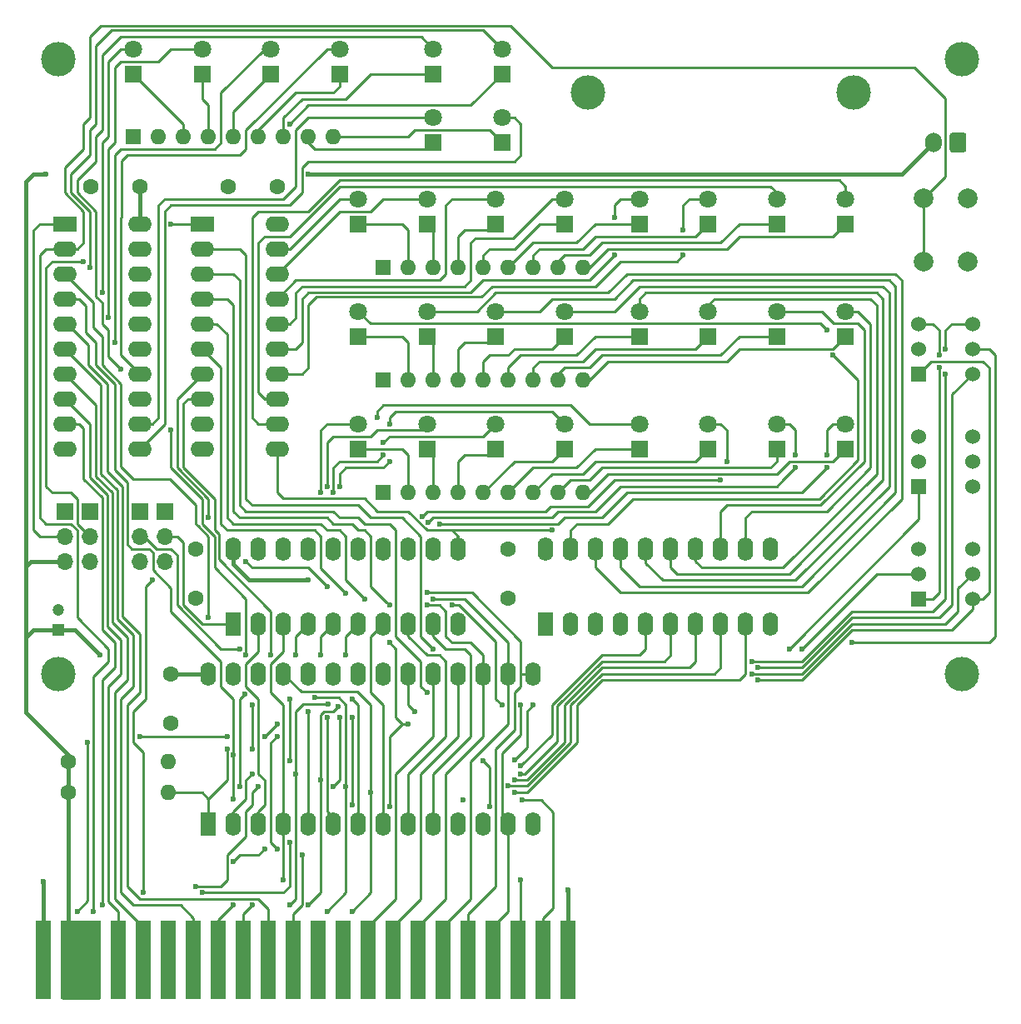
<source format=gtl>
%TF.GenerationSoftware,KiCad,Pcbnew,(5.1.8)-1*%
%TF.CreationDate,2021-03-17T17:48:34+01:00*%
%TF.ProjectId,C64 BlinkenDiag,43363420-426c-4696-9e6b-656e44696167,rev?*%
%TF.SameCoordinates,Original*%
%TF.FileFunction,Copper,L1,Top*%
%TF.FilePolarity,Positive*%
%FSLAX46Y46*%
G04 Gerber Fmt 4.6, Leading zero omitted, Abs format (unit mm)*
G04 Created by KiCad (PCBNEW (5.1.8)-1) date 2021-03-17 17:48:34*
%MOMM*%
%LPD*%
G01*
G04 APERTURE LIST*
%TA.AperFunction,ComponentPad*%
%ADD10C,1.524000*%
%TD*%
%TA.AperFunction,ComponentPad*%
%ADD11R,1.524000X1.524000*%
%TD*%
%TA.AperFunction,ComponentPad*%
%ADD12R,1.700000X1.700000*%
%TD*%
%TA.AperFunction,ComponentPad*%
%ADD13O,1.700000X1.700000*%
%TD*%
%TA.AperFunction,ComponentPad*%
%ADD14O,1.600000X1.600000*%
%TD*%
%TA.AperFunction,ComponentPad*%
%ADD15R,1.600000X1.600000*%
%TD*%
%TA.AperFunction,ComponentPad*%
%ADD16R,2.400000X1.600000*%
%TD*%
%TA.AperFunction,ComponentPad*%
%ADD17O,2.400000X1.600000*%
%TD*%
%TA.AperFunction,ComponentPad*%
%ADD18C,1.600000*%
%TD*%
%TA.AperFunction,ComponentPad*%
%ADD19C,2.000000*%
%TD*%
%TA.AperFunction,ComponentPad*%
%ADD20R,1.600000X2.400000*%
%TD*%
%TA.AperFunction,ComponentPad*%
%ADD21O,1.600000X2.400000*%
%TD*%
%TA.AperFunction,ConnectorPad*%
%ADD22R,1.500000X8.000000*%
%TD*%
%TA.AperFunction,WasherPad*%
%ADD23C,3.500000*%
%TD*%
%TA.AperFunction,ComponentPad*%
%ADD24C,3.500000*%
%TD*%
%TA.AperFunction,ComponentPad*%
%ADD25C,1.800000*%
%TD*%
%TA.AperFunction,ComponentPad*%
%ADD26R,1.800000X1.800000*%
%TD*%
%TA.AperFunction,ComponentPad*%
%ADD27R,1.200000X1.200000*%
%TD*%
%TA.AperFunction,ComponentPad*%
%ADD28C,1.200000*%
%TD*%
%TA.AperFunction,ComponentPad*%
%ADD29O,1.700000X2.000000*%
%TD*%
%TA.AperFunction,ViaPad*%
%ADD30C,0.600000*%
%TD*%
%TA.AperFunction,Conductor*%
%ADD31C,0.250000*%
%TD*%
%TA.AperFunction,Conductor*%
%ADD32C,0.381000*%
%TD*%
%TA.AperFunction,Conductor*%
%ADD33C,0.025400*%
%TD*%
%TA.AperFunction,Conductor*%
%ADD34C,0.100000*%
%TD*%
G04 APERTURE END LIST*
D10*
%TO.P,SW2,6*%
%TO.N,~ROMH*%
X216974000Y-51435000D03*
%TO.P,SW2,5*%
%TO.N,~ROM_CS*%
X216974000Y-53975000D03*
%TO.P,SW2,4*%
%TO.N,~ROML*%
X216974000Y-56515000D03*
D11*
%TO.P,SW2,1*%
%TO.N,ROM_A13*%
X211524000Y-56515000D03*
D10*
%TO.P,SW2,2*%
%TO.N,GND*%
X211524000Y-53975000D03*
%TO.P,SW2,3*%
%TO.N,Net-(SW1-Pad1)*%
X211524000Y-51435000D03*
%TD*%
%TO.P,SW1,6*%
%TO.N,N/C*%
X216974000Y-74295000D03*
%TO.P,SW1,5*%
%TO.N,~EXROM*%
X216974000Y-76835000D03*
%TO.P,SW1,4*%
%TO.N,ROM_A13*%
X216974000Y-79375000D03*
D11*
%TO.P,SW1,1*%
%TO.N,Net-(SW1-Pad1)*%
X211524000Y-79375000D03*
D10*
%TO.P,SW1,2*%
%TO.N,~GAME*%
X211524000Y-76835000D03*
%TO.P,SW1,3*%
%TO.N,N/C*%
X211524000Y-74295000D03*
%TD*%
%TO.P,SW3,6*%
%TO.N,N/C*%
X216974000Y-62865000D03*
%TO.P,SW3,5*%
X216974000Y-65405000D03*
%TO.P,SW3,4*%
X216974000Y-67945000D03*
D11*
%TO.P,SW3,1*%
%TO.N,ROM_A14*%
X211524000Y-67945000D03*
D10*
%TO.P,SW3,2*%
%TO.N,GND*%
X211524000Y-65405000D03*
%TO.P,SW3,3*%
%TO.N,N/C*%
X211524000Y-62865000D03*
%TD*%
D12*
%TO.P,JP1,1*%
%TO.N,GND*%
X124714000Y-70485000D03*
D13*
%TO.P,JP1,2*%
%TO.N,Net-(JP1-Pad2)*%
X124714000Y-73025000D03*
%TO.P,JP1,3*%
%TO.N,VCC*%
X124714000Y-75565000D03*
%TD*%
D14*
%TO.P,RN2,9*%
%TO.N,Net-(D8-Pad1)*%
X152019000Y-32385000D03*
%TO.P,RN2,8*%
%TO.N,Net-(D7-Pad1)*%
X149479000Y-32385000D03*
%TO.P,RN2,7*%
%TO.N,Net-(D6-Pad1)*%
X146939000Y-32385000D03*
%TO.P,RN2,6*%
%TO.N,Net-(D5-Pad1)*%
X144399000Y-32385000D03*
%TO.P,RN2,5*%
%TO.N,Net-(D4-Pad1)*%
X141859000Y-32385000D03*
%TO.P,RN2,4*%
%TO.N,Net-(D3-Pad1)*%
X139319000Y-32385000D03*
%TO.P,RN2,3*%
%TO.N,Net-(D2-Pad1)*%
X136779000Y-32385000D03*
%TO.P,RN2,2*%
%TO.N,Net-(D1-Pad1)*%
X134239000Y-32385000D03*
D15*
%TO.P,RN2,1*%
%TO.N,GND*%
X131699000Y-32385000D03*
%TD*%
D16*
%TO.P,U2,1*%
%TO.N,Net-(JP1-Pad2)*%
X124714000Y-41275000D03*
D17*
%TO.P,U2,11*%
%TO.N,Net-(D8-Pad2)*%
X132334000Y-64135000D03*
%TO.P,U2,2*%
%TO.N,~RESET*%
X124714000Y-43815000D03*
%TO.P,U2,12*%
%TO.N,Net-(D7-Pad2)*%
X132334000Y-61595000D03*
%TO.P,U2,3*%
%TO.N,~GAME*%
X124714000Y-46355000D03*
%TO.P,U2,13*%
%TO.N,Net-(D6-Pad2)*%
X132334000Y-59055000D03*
%TO.P,U2,4*%
%TO.N,~EXROM*%
X124714000Y-48895000D03*
%TO.P,U2,14*%
%TO.N,Net-(D5-Pad2)*%
X132334000Y-56515000D03*
%TO.P,U2,5*%
%TO.N,/~IO2*%
X124714000Y-51435000D03*
%TO.P,U2,15*%
%TO.N,Net-(D4-Pad2)*%
X132334000Y-53975000D03*
%TO.P,U2,6*%
%TO.N,/~IO1*%
X124714000Y-53975000D03*
%TO.P,U2,16*%
%TO.N,Net-(D3-Pad2)*%
X132334000Y-51435000D03*
%TO.P,U2,7*%
%TO.N,/R~W*%
X124714000Y-56515000D03*
%TO.P,U2,17*%
%TO.N,Net-(D2-Pad2)*%
X132334000Y-48895000D03*
%TO.P,U2,8*%
%TO.N,/~IRQ*%
X124714000Y-59055000D03*
%TO.P,U2,18*%
%TO.N,Net-(D1-Pad2)*%
X132334000Y-46355000D03*
%TO.P,U2,9*%
%TO.N,/~NMI*%
X124714000Y-61595000D03*
%TO.P,U2,19*%
%TO.N,Net-(JP1-Pad2)*%
X132334000Y-43815000D03*
%TO.P,U2,10*%
%TO.N,GND*%
X124714000Y-64135000D03*
%TO.P,U2,20*%
%TO.N,VCC*%
X132334000Y-41275000D03*
%TD*%
D18*
%TO.P,C2,1*%
%TO.N,VCC*%
X132334000Y-37465000D03*
%TO.P,C2,2*%
%TO.N,GND*%
X127334000Y-37465000D03*
%TD*%
D19*
%TO.P,SW4,2*%
%TO.N,GND*%
X216499000Y-45160000D03*
%TO.P,SW4,1*%
%TO.N,~RESET*%
X211999000Y-45160000D03*
%TO.P,SW4,2*%
%TO.N,GND*%
X216499000Y-38660000D03*
%TO.P,SW4,1*%
%TO.N,~RESET*%
X211999000Y-38660000D03*
%TD*%
D20*
%TO.P,U1,1*%
%TO.N,ROM_A14*%
X139319000Y-102235000D03*
D21*
%TO.P,U1,15*%
%TO.N,/D3*%
X172339000Y-86995000D03*
%TO.P,U1,2*%
%TO.N,/A12*%
X141859000Y-102235000D03*
%TO.P,U1,16*%
%TO.N,/D4*%
X169799000Y-86995000D03*
%TO.P,U1,3*%
%TO.N,/A7*%
X144399000Y-102235000D03*
%TO.P,U1,17*%
%TO.N,/D5*%
X167259000Y-86995000D03*
%TO.P,U1,4*%
%TO.N,/A6*%
X146939000Y-102235000D03*
%TO.P,U1,18*%
%TO.N,/D6*%
X164719000Y-86995000D03*
%TO.P,U1,5*%
%TO.N,/A5*%
X149479000Y-102235000D03*
%TO.P,U1,19*%
%TO.N,/D7*%
X162179000Y-86995000D03*
%TO.P,U1,6*%
%TO.N,/A4*%
X152019000Y-102235000D03*
%TO.P,U1,20*%
%TO.N,~ROM_CS*%
X159639000Y-86995000D03*
%TO.P,U1,7*%
%TO.N,/A3*%
X154559000Y-102235000D03*
%TO.P,U1,21*%
%TO.N,/A10*%
X157099000Y-86995000D03*
%TO.P,U1,8*%
%TO.N,/A2*%
X157099000Y-102235000D03*
%TO.P,U1,22*%
%TO.N,~ROM_CS*%
X154559000Y-86995000D03*
%TO.P,U1,9*%
%TO.N,/A1*%
X159639000Y-102235000D03*
%TO.P,U1,23*%
%TO.N,/A11*%
X152019000Y-86995000D03*
%TO.P,U1,10*%
%TO.N,/A0*%
X162179000Y-102235000D03*
%TO.P,U1,24*%
%TO.N,/A9*%
X149479000Y-86995000D03*
%TO.P,U1,11*%
%TO.N,/D0*%
X164719000Y-102235000D03*
%TO.P,U1,25*%
%TO.N,/A8*%
X146939000Y-86995000D03*
%TO.P,U1,12*%
%TO.N,/D1*%
X167259000Y-102235000D03*
%TO.P,U1,26*%
%TO.N,ROM_A13*%
X144399000Y-86995000D03*
%TO.P,U1,13*%
%TO.N,/D2*%
X169799000Y-102235000D03*
%TO.P,U1,27*%
%TO.N,VCC*%
X141859000Y-86995000D03*
%TO.P,U1,14*%
%TO.N,GND*%
X172339000Y-102235000D03*
%TO.P,U1,28*%
%TO.N,VCC*%
X139319000Y-86995000D03*
%TD*%
D22*
%TO.P,J1,1*%
%TO.N,GND*%
X122555000Y-116078000D03*
%TO.P,J1,2*%
%TO.N,VCC*%
X125095000Y-116078000D03*
%TO.P,J1,3*%
X127635000Y-116078000D03*
%TO.P,J1,4*%
%TO.N,/~IRQ*%
X130175000Y-116078000D03*
%TO.P,J1,5*%
%TO.N,/R~W*%
X132715000Y-116078000D03*
%TO.P,J1,6*%
%TO.N,N/C*%
X135255000Y-116078000D03*
%TO.P,J1,7*%
%TO.N,/~IO1*%
X137795000Y-116078000D03*
%TO.P,J1,8*%
%TO.N,~GAME*%
X140335000Y-116078000D03*
%TO.P,J1,9*%
%TO.N,~EXROM*%
X142875000Y-116078000D03*
%TO.P,J1,10*%
%TO.N,/~IO2*%
X145415000Y-116078000D03*
%TO.P,J1,11*%
%TO.N,~ROML*%
X147955000Y-116078000D03*
%TO.P,J1,12*%
%TO.N,N/C*%
X150495000Y-116078000D03*
%TO.P,J1,13*%
X153035000Y-116078000D03*
%TO.P,J1,14*%
%TO.N,/D7*%
X155575000Y-116078000D03*
%TO.P,J1,15*%
%TO.N,/D6*%
X158115000Y-116078000D03*
%TO.P,J1,16*%
%TO.N,/D5*%
X160655000Y-116078000D03*
%TO.P,J1,17*%
%TO.N,/D4*%
X163195000Y-116078000D03*
%TO.P,J1,18*%
%TO.N,/D3*%
X165735000Y-116078000D03*
%TO.P,J1,19*%
%TO.N,/D2*%
X168275000Y-116078000D03*
%TO.P,J1,20*%
%TO.N,/D1*%
X170815000Y-116078000D03*
%TO.P,J1,21*%
%TO.N,/D0*%
X173355000Y-116078000D03*
%TO.P,J1,22*%
%TO.N,GND*%
X175895000Y-116078000D03*
%TD*%
D18*
%TO.P,R1,1*%
%TO.N,VCC*%
X125095000Y-95885000D03*
D14*
%TO.P,R1,2*%
%TO.N,ROM_A13*%
X135255000Y-95885000D03*
%TD*%
%TO.P,R2,2*%
%TO.N,ROM_A14*%
X135255000Y-99060000D03*
D18*
%TO.P,R2,1*%
%TO.N,VCC*%
X125095000Y-99060000D03*
%TD*%
D23*
%TO.P,A1,*%
%TO.N,*%
X204889000Y-27940000D03*
X177889000Y-27940000D03*
%TD*%
D24*
%TO.P,M1,1*%
%TO.N,N/C*%
X124079000Y-86995000D03*
%TD*%
%TO.P,M2,1*%
%TO.N,N/C*%
X215900000Y-86995000D03*
%TD*%
%TO.P,M3,1*%
%TO.N,N/C*%
X215900000Y-24511000D03*
%TD*%
%TO.P,M4,1*%
%TO.N,N/C*%
X124079000Y-24511000D03*
%TD*%
D25*
%TO.P,D1,2*%
%TO.N,Net-(D1-Pad2)*%
X169164000Y-23495000D03*
D26*
%TO.P,D1,1*%
%TO.N,Net-(D1-Pad1)*%
X169164000Y-26035000D03*
%TD*%
%TO.P,D2,1*%
%TO.N,Net-(D2-Pad1)*%
X131699000Y-26035000D03*
D25*
%TO.P,D2,2*%
%TO.N,Net-(D2-Pad2)*%
X131699000Y-23495000D03*
%TD*%
%TO.P,D3,2*%
%TO.N,Net-(D3-Pad2)*%
X138684000Y-23495000D03*
D26*
%TO.P,D3,1*%
%TO.N,Net-(D3-Pad1)*%
X138684000Y-26035000D03*
%TD*%
%TO.P,D4,1*%
%TO.N,Net-(D4-Pad1)*%
X145669000Y-26035000D03*
D25*
%TO.P,D4,2*%
%TO.N,Net-(D4-Pad2)*%
X145669000Y-23495000D03*
%TD*%
%TO.P,D5,2*%
%TO.N,Net-(D5-Pad2)*%
X152654000Y-23495000D03*
D26*
%TO.P,D5,1*%
%TO.N,Net-(D5-Pad1)*%
X152654000Y-26035000D03*
%TD*%
%TO.P,D6,1*%
%TO.N,Net-(D6-Pad1)*%
X162179000Y-26035000D03*
D25*
%TO.P,D6,2*%
%TO.N,Net-(D6-Pad2)*%
X162179000Y-23495000D03*
%TD*%
%TO.P,D7,2*%
%TO.N,Net-(D7-Pad2)*%
X162179000Y-30480000D03*
D26*
%TO.P,D7,1*%
%TO.N,Net-(D7-Pad1)*%
X162179000Y-33020000D03*
%TD*%
%TO.P,D8,1*%
%TO.N,Net-(D8-Pad1)*%
X169164000Y-33020000D03*
D25*
%TO.P,D8,2*%
%TO.N,Net-(D8-Pad2)*%
X169164000Y-30480000D03*
%TD*%
D18*
%TO.P,C1,2*%
%TO.N,GND*%
X135509000Y-91995000D03*
%TO.P,C1,1*%
%TO.N,VCC*%
X135509000Y-86995000D03*
%TD*%
%TO.P,C3,1*%
%TO.N,VCC*%
X146304000Y-37465000D03*
%TO.P,C3,2*%
%TO.N,GND*%
X141304000Y-37465000D03*
%TD*%
%TO.P,C4,2*%
%TO.N,GND*%
X169799000Y-79295000D03*
%TO.P,C4,1*%
%TO.N,VCC*%
X169799000Y-74295000D03*
%TD*%
%TO.P,C5,1*%
%TO.N,VCC*%
X138049000Y-74295000D03*
%TO.P,C5,2*%
%TO.N,GND*%
X138049000Y-79295000D03*
%TD*%
D27*
%TO.P,C6,1*%
%TO.N,VCC*%
X124079000Y-82550000D03*
D28*
%TO.P,C6,2*%
%TO.N,GND*%
X124079000Y-80550000D03*
%TD*%
D25*
%TO.P,D9,2*%
%TO.N,Net-(D9-Pad2)*%
X154559000Y-38735000D03*
D26*
%TO.P,D9,1*%
%TO.N,Net-(D9-Pad1)*%
X154559000Y-41275000D03*
%TD*%
D25*
%TO.P,D10,2*%
%TO.N,Net-(D10-Pad2)*%
X161544000Y-38735000D03*
D26*
%TO.P,D10,1*%
%TO.N,Net-(D10-Pad1)*%
X161544000Y-41275000D03*
%TD*%
D25*
%TO.P,D11,2*%
%TO.N,Net-(D11-Pad2)*%
X168529000Y-38735000D03*
D26*
%TO.P,D11,1*%
%TO.N,Net-(D11-Pad1)*%
X168529000Y-41275000D03*
%TD*%
%TO.P,D12,1*%
%TO.N,Net-(D12-Pad1)*%
X175514000Y-41275000D03*
D25*
%TO.P,D12,2*%
%TO.N,Net-(D12-Pad2)*%
X175514000Y-38735000D03*
%TD*%
%TO.P,D13,2*%
%TO.N,Net-(D13-Pad2)*%
X183134000Y-38735000D03*
D26*
%TO.P,D13,1*%
%TO.N,Net-(D13-Pad1)*%
X183134000Y-41275000D03*
%TD*%
%TO.P,D14,1*%
%TO.N,Net-(D14-Pad1)*%
X190119000Y-41275000D03*
D25*
%TO.P,D14,2*%
%TO.N,Net-(D14-Pad2)*%
X190119000Y-38735000D03*
%TD*%
%TO.P,D15,2*%
%TO.N,Net-(D15-Pad2)*%
X197104000Y-38735000D03*
D26*
%TO.P,D15,1*%
%TO.N,Net-(D15-Pad1)*%
X197104000Y-41275000D03*
%TD*%
%TO.P,D16,1*%
%TO.N,Net-(D16-Pad1)*%
X204089000Y-41275000D03*
D25*
%TO.P,D16,2*%
%TO.N,Net-(D16-Pad2)*%
X204089000Y-38735000D03*
%TD*%
D26*
%TO.P,D17,1*%
%TO.N,Net-(D17-Pad1)*%
X154559000Y-52705000D03*
D25*
%TO.P,D17,2*%
%TO.N,Net-(D17-Pad2)*%
X154559000Y-50165000D03*
%TD*%
%TO.P,D18,2*%
%TO.N,Net-(D18-Pad2)*%
X161544000Y-50165000D03*
D26*
%TO.P,D18,1*%
%TO.N,Net-(D18-Pad1)*%
X161544000Y-52705000D03*
%TD*%
%TO.P,D19,1*%
%TO.N,Net-(D19-Pad1)*%
X168529000Y-52705000D03*
D25*
%TO.P,D19,2*%
%TO.N,Net-(D19-Pad2)*%
X168529000Y-50165000D03*
%TD*%
%TO.P,D20,2*%
%TO.N,Net-(D20-Pad2)*%
X175514000Y-50165000D03*
D26*
%TO.P,D20,1*%
%TO.N,Net-(D20-Pad1)*%
X175514000Y-52705000D03*
%TD*%
%TO.P,D21,1*%
%TO.N,Net-(D21-Pad1)*%
X183134000Y-52705000D03*
D25*
%TO.P,D21,2*%
%TO.N,Net-(D21-Pad2)*%
X183134000Y-50165000D03*
%TD*%
%TO.P,D22,2*%
%TO.N,Net-(D22-Pad2)*%
X190119000Y-50165000D03*
D26*
%TO.P,D22,1*%
%TO.N,Net-(D22-Pad1)*%
X190119000Y-52705000D03*
%TD*%
%TO.P,D23,1*%
%TO.N,Net-(D23-Pad1)*%
X197104000Y-52705000D03*
D25*
%TO.P,D23,2*%
%TO.N,Net-(D23-Pad2)*%
X197104000Y-50165000D03*
%TD*%
%TO.P,D24,2*%
%TO.N,Net-(D24-Pad2)*%
X204089000Y-50165000D03*
D26*
%TO.P,D24,1*%
%TO.N,Net-(D24-Pad1)*%
X204089000Y-52705000D03*
%TD*%
%TO.P,D25,1*%
%TO.N,Net-(D25-Pad1)*%
X154559000Y-64135000D03*
D25*
%TO.P,D25,2*%
%TO.N,Net-(D25-Pad2)*%
X154559000Y-61595000D03*
%TD*%
%TO.P,D26,2*%
%TO.N,Net-(D26-Pad2)*%
X161544000Y-61595000D03*
D26*
%TO.P,D26,1*%
%TO.N,Net-(D26-Pad1)*%
X161544000Y-64135000D03*
%TD*%
%TO.P,D27,1*%
%TO.N,Net-(D27-Pad1)*%
X168529000Y-64135000D03*
D25*
%TO.P,D27,2*%
%TO.N,Net-(D27-Pad2)*%
X168529000Y-61595000D03*
%TD*%
D26*
%TO.P,D28,1*%
%TO.N,Net-(D28-Pad1)*%
X175514000Y-64135000D03*
D25*
%TO.P,D28,2*%
%TO.N,Net-(D28-Pad2)*%
X175514000Y-61595000D03*
%TD*%
%TO.P,D29,2*%
%TO.N,Net-(D29-Pad2)*%
X183134000Y-61595000D03*
D26*
%TO.P,D29,1*%
%TO.N,Net-(D29-Pad1)*%
X183134000Y-64135000D03*
%TD*%
%TO.P,D30,1*%
%TO.N,Net-(D30-Pad1)*%
X190119000Y-64135000D03*
D25*
%TO.P,D30,2*%
%TO.N,Net-(D30-Pad2)*%
X190119000Y-61595000D03*
%TD*%
D26*
%TO.P,D31,1*%
%TO.N,Net-(D31-Pad1)*%
X197104000Y-64135000D03*
D25*
%TO.P,D31,2*%
%TO.N,Net-(D31-Pad2)*%
X197104000Y-61595000D03*
%TD*%
%TO.P,D32,2*%
%TO.N,Net-(D32-Pad2)*%
X204089000Y-61595000D03*
D26*
%TO.P,D32,1*%
%TO.N,Net-(D32-Pad1)*%
X204089000Y-64135000D03*
%TD*%
D13*
%TO.P,JP2,3*%
%TO.N,VCC*%
X127254000Y-75565000D03*
%TO.P,JP2,2*%
%TO.N,Net-(JP2-Pad2)*%
X127254000Y-73025000D03*
D12*
%TO.P,JP2,1*%
%TO.N,GND*%
X127254000Y-70485000D03*
%TD*%
%TO.P,JP3,1*%
%TO.N,GND*%
X132334000Y-70485000D03*
D13*
%TO.P,JP3,2*%
%TO.N,Net-(JP3-Pad2)*%
X132334000Y-73025000D03*
%TO.P,JP3,3*%
%TO.N,VCC*%
X132334000Y-75565000D03*
%TD*%
%TO.P,JP4,3*%
%TO.N,VCC*%
X134874000Y-75565000D03*
%TO.P,JP4,2*%
%TO.N,Net-(JP4-Pad2)*%
X134874000Y-73025000D03*
D12*
%TO.P,JP4,1*%
%TO.N,GND*%
X134874000Y-70485000D03*
%TD*%
D17*
%TO.P,U3,20*%
%TO.N,VCC*%
X146304000Y-41275000D03*
%TO.P,U3,10*%
%TO.N,GND*%
X138684000Y-64135000D03*
%TO.P,U3,19*%
%TO.N,Net-(D9-Pad2)*%
X146304000Y-43815000D03*
%TO.P,U3,9*%
%TO.N,/D0*%
X138684000Y-61595000D03*
%TO.P,U3,18*%
%TO.N,Net-(D10-Pad2)*%
X146304000Y-46355000D03*
%TO.P,U3,8*%
%TO.N,/D1*%
X138684000Y-59055000D03*
%TO.P,U3,17*%
%TO.N,Net-(D11-Pad2)*%
X146304000Y-48895000D03*
%TO.P,U3,7*%
%TO.N,/D2*%
X138684000Y-56515000D03*
%TO.P,U3,16*%
%TO.N,Net-(D12-Pad2)*%
X146304000Y-51435000D03*
%TO.P,U3,6*%
%TO.N,/D3*%
X138684000Y-53975000D03*
%TO.P,U3,15*%
%TO.N,Net-(D13-Pad2)*%
X146304000Y-53975000D03*
%TO.P,U3,5*%
%TO.N,/D4*%
X138684000Y-51435000D03*
%TO.P,U3,14*%
%TO.N,Net-(D14-Pad2)*%
X146304000Y-56515000D03*
%TO.P,U3,4*%
%TO.N,/D5*%
X138684000Y-48895000D03*
%TO.P,U3,13*%
%TO.N,Net-(D15-Pad2)*%
X146304000Y-59055000D03*
%TO.P,U3,3*%
%TO.N,/D6*%
X138684000Y-46355000D03*
%TO.P,U3,12*%
%TO.N,Net-(D16-Pad2)*%
X146304000Y-61595000D03*
%TO.P,U3,2*%
%TO.N,/D7*%
X138684000Y-43815000D03*
%TO.P,U3,11*%
%TO.N,/PHI2*%
X146304000Y-64135000D03*
D16*
%TO.P,U3,1*%
%TO.N,Net-(JP2-Pad2)*%
X138684000Y-41275000D03*
%TD*%
D20*
%TO.P,U4,1*%
%TO.N,Net-(JP3-Pad2)*%
X173609000Y-81915000D03*
D21*
%TO.P,U4,11*%
%TO.N,/PHI2*%
X196469000Y-74295000D03*
%TO.P,U4,2*%
%TO.N,/A15*%
X176149000Y-81915000D03*
%TO.P,U4,12*%
%TO.N,Net-(D24-Pad2)*%
X193929000Y-74295000D03*
%TO.P,U4,3*%
%TO.N,/A14*%
X178689000Y-81915000D03*
%TO.P,U4,13*%
%TO.N,Net-(D23-Pad2)*%
X191389000Y-74295000D03*
%TO.P,U4,4*%
%TO.N,/A13*%
X181229000Y-81915000D03*
%TO.P,U4,14*%
%TO.N,Net-(D22-Pad2)*%
X188849000Y-74295000D03*
%TO.P,U4,5*%
%TO.N,/A12*%
X183769000Y-81915000D03*
%TO.P,U4,15*%
%TO.N,Net-(D21-Pad2)*%
X186309000Y-74295000D03*
%TO.P,U4,6*%
%TO.N,/A11*%
X186309000Y-81915000D03*
%TO.P,U4,16*%
%TO.N,Net-(D20-Pad2)*%
X183769000Y-74295000D03*
%TO.P,U4,7*%
%TO.N,/A10*%
X188849000Y-81915000D03*
%TO.P,U4,17*%
%TO.N,Net-(D19-Pad2)*%
X181229000Y-74295000D03*
%TO.P,U4,8*%
%TO.N,/A9*%
X191389000Y-81915000D03*
%TO.P,U4,18*%
%TO.N,Net-(D18-Pad2)*%
X178689000Y-74295000D03*
%TO.P,U4,9*%
%TO.N,/A8*%
X193929000Y-81915000D03*
%TO.P,U4,19*%
%TO.N,Net-(D17-Pad2)*%
X176149000Y-74295000D03*
%TO.P,U4,10*%
%TO.N,GND*%
X196469000Y-81915000D03*
%TO.P,U4,20*%
%TO.N,VCC*%
X173609000Y-74295000D03*
%TD*%
D20*
%TO.P,U5,1*%
%TO.N,Net-(JP4-Pad2)*%
X141859000Y-81915000D03*
D21*
%TO.P,U5,11*%
%TO.N,/PHI2*%
X164719000Y-74295000D03*
%TO.P,U5,2*%
%TO.N,/A7*%
X144399000Y-81915000D03*
%TO.P,U5,12*%
%TO.N,Net-(D32-Pad2)*%
X162179000Y-74295000D03*
%TO.P,U5,3*%
%TO.N,/A6*%
X146939000Y-81915000D03*
%TO.P,U5,13*%
%TO.N,Net-(D31-Pad2)*%
X159639000Y-74295000D03*
%TO.P,U5,4*%
%TO.N,/A5*%
X149479000Y-81915000D03*
%TO.P,U5,14*%
%TO.N,Net-(D30-Pad2)*%
X157099000Y-74295000D03*
%TO.P,U5,5*%
%TO.N,/A4*%
X152019000Y-81915000D03*
%TO.P,U5,15*%
%TO.N,Net-(D29-Pad2)*%
X154559000Y-74295000D03*
%TO.P,U5,6*%
%TO.N,/A3*%
X154559000Y-81915000D03*
%TO.P,U5,16*%
%TO.N,Net-(D28-Pad2)*%
X152019000Y-74295000D03*
%TO.P,U5,7*%
%TO.N,/A2*%
X157099000Y-81915000D03*
%TO.P,U5,17*%
%TO.N,Net-(D27-Pad2)*%
X149479000Y-74295000D03*
%TO.P,U5,8*%
%TO.N,/A1*%
X159639000Y-81915000D03*
%TO.P,U5,18*%
%TO.N,Net-(D26-Pad2)*%
X146939000Y-74295000D03*
%TO.P,U5,9*%
%TO.N,/A0*%
X162179000Y-81915000D03*
%TO.P,U5,19*%
%TO.N,Net-(D25-Pad2)*%
X144399000Y-74295000D03*
%TO.P,U5,10*%
%TO.N,GND*%
X164719000Y-81915000D03*
%TO.P,U5,20*%
%TO.N,VCC*%
X141859000Y-74295000D03*
%TD*%
D14*
%TO.P,RN1,9*%
%TO.N,Net-(D16-Pad1)*%
X177419000Y-45720000D03*
%TO.P,RN1,8*%
%TO.N,Net-(D15-Pad1)*%
X174879000Y-45720000D03*
%TO.P,RN1,7*%
%TO.N,Net-(D14-Pad1)*%
X172339000Y-45720000D03*
%TO.P,RN1,6*%
%TO.N,Net-(D13-Pad1)*%
X169799000Y-45720000D03*
%TO.P,RN1,5*%
%TO.N,Net-(D12-Pad1)*%
X167259000Y-45720000D03*
%TO.P,RN1,4*%
%TO.N,Net-(D11-Pad1)*%
X164719000Y-45720000D03*
%TO.P,RN1,3*%
%TO.N,Net-(D10-Pad1)*%
X162179000Y-45720000D03*
%TO.P,RN1,2*%
%TO.N,Net-(D9-Pad1)*%
X159639000Y-45720000D03*
D15*
%TO.P,RN1,1*%
%TO.N,GND*%
X157099000Y-45720000D03*
%TD*%
%TO.P,RN3,1*%
%TO.N,GND*%
X157099000Y-57150000D03*
D14*
%TO.P,RN3,2*%
%TO.N,Net-(D17-Pad1)*%
X159639000Y-57150000D03*
%TO.P,RN3,3*%
%TO.N,Net-(D18-Pad1)*%
X162179000Y-57150000D03*
%TO.P,RN3,4*%
%TO.N,Net-(D19-Pad1)*%
X164719000Y-57150000D03*
%TO.P,RN3,5*%
%TO.N,Net-(D20-Pad1)*%
X167259000Y-57150000D03*
%TO.P,RN3,6*%
%TO.N,Net-(D21-Pad1)*%
X169799000Y-57150000D03*
%TO.P,RN3,7*%
%TO.N,Net-(D22-Pad1)*%
X172339000Y-57150000D03*
%TO.P,RN3,8*%
%TO.N,Net-(D23-Pad1)*%
X174879000Y-57150000D03*
%TO.P,RN3,9*%
%TO.N,Net-(D24-Pad1)*%
X177419000Y-57150000D03*
%TD*%
D15*
%TO.P,RN4,1*%
%TO.N,GND*%
X157099000Y-68580000D03*
D14*
%TO.P,RN4,2*%
%TO.N,Net-(D25-Pad1)*%
X159639000Y-68580000D03*
%TO.P,RN4,3*%
%TO.N,Net-(D26-Pad1)*%
X162179000Y-68580000D03*
%TO.P,RN4,4*%
%TO.N,Net-(D27-Pad1)*%
X164719000Y-68580000D03*
%TO.P,RN4,5*%
%TO.N,Net-(D28-Pad1)*%
X167259000Y-68580000D03*
%TO.P,RN4,6*%
%TO.N,Net-(D29-Pad1)*%
X169799000Y-68580000D03*
%TO.P,RN4,7*%
%TO.N,Net-(D30-Pad1)*%
X172339000Y-68580000D03*
%TO.P,RN4,8*%
%TO.N,Net-(D31-Pad1)*%
X174879000Y-68580000D03*
%TO.P,RN4,9*%
%TO.N,Net-(D32-Pad1)*%
X177419000Y-68580000D03*
%TD*%
%TO.P,J2,1*%
%TO.N,GND*%
%TA.AperFunction,ComponentPad*%
G36*
G01*
X216369000Y-32270000D02*
X216369000Y-33770000D01*
G75*
G02*
X216119000Y-34020000I-250000J0D01*
G01*
X214919000Y-34020000D01*
G75*
G02*
X214669000Y-33770000I0J250000D01*
G01*
X214669000Y-32270000D01*
G75*
G02*
X214919000Y-32020000I250000J0D01*
G01*
X216119000Y-32020000D01*
G75*
G02*
X216369000Y-32270000I0J-250000D01*
G01*
G37*
%TD.AperFunction*%
D29*
%TO.P,J2,2*%
%TO.N,VCC*%
X213019000Y-33020000D03*
%TD*%
D30*
%TO.N,/A12*%
X171069000Y-96354974D03*
X143764000Y-97155000D03*
%TO.N,/A6*%
X146939000Y-107950000D03*
%TO.N,/A5*%
X149479000Y-90805000D03*
X148209000Y-85090000D03*
%TO.N,/A4*%
X150749000Y-85090000D03*
X151384000Y-91439988D03*
%TO.N,/A3*%
X153924000Y-89535000D03*
X153289000Y-85090000D03*
%TO.N,/A10*%
X149479000Y-110490000D03*
X152529558Y-90294442D03*
X170434000Y-97779977D03*
X150749000Y-97790000D03*
%TO.N,/A11*%
X147574000Y-110490000D03*
X171069000Y-97154977D03*
X148209000Y-97155000D03*
X151508450Y-90045550D03*
%TO.N,/A9*%
X151384000Y-111125000D03*
X153289000Y-98425000D03*
X169799000Y-98404977D03*
X150114000Y-89420540D03*
%TO.N,/A8*%
X153924000Y-111125000D03*
X155829000Y-99060000D03*
X170434000Y-99060000D03*
%TO.N,GND*%
X122555000Y-108077000D03*
X175895000Y-108966000D03*
%TO.N,VCC*%
X149479000Y-36195000D03*
X128260010Y-85090000D03*
X122809000Y-36195000D03*
X149479000Y-77470000D03*
%TO.N,~GAME*%
X159639000Y-92075000D03*
X157734000Y-83820000D03*
X157734000Y-100473652D03*
X141859000Y-110490000D03*
X145034000Y-104775000D03*
X141859000Y-106045000D03*
X139319000Y-81280000D03*
X199644000Y-84455000D03*
%TO.N,~EXROM*%
X143764000Y-110490000D03*
X141859000Y-95250000D03*
X141859000Y-99695000D03*
X194564000Y-86995000D03*
%TO.N,~ROML*%
X146304000Y-93345000D03*
X146304000Y-104775000D03*
X148844000Y-105410000D03*
X195199000Y-86360000D03*
%TO.N,/D7*%
X162179000Y-84455000D03*
%TO.N,/D6*%
X161544000Y-88900000D03*
%TO.N,/D5*%
X161544000Y-80010000D03*
X157734000Y-80010000D03*
%TO.N,/D4*%
X162179000Y-79375000D03*
X155194000Y-79375000D03*
%TO.N,/D3*%
X161544000Y-78740000D03*
X153289024Y-78795510D03*
%TO.N,/D2*%
X164084000Y-80010000D03*
X143129000Y-75565000D03*
X139319000Y-71120000D03*
X169164012Y-90170000D03*
X171069000Y-90170000D03*
X151384000Y-78160500D03*
%TO.N,/D1*%
X167894000Y-100473652D03*
X147574000Y-89535000D03*
X147574000Y-95875010D03*
X167259000Y-95875010D03*
X145669000Y-85089988D03*
X171069000Y-107950000D03*
%TO.N,/D0*%
X171198423Y-99848652D03*
X165200348Y-99848652D03*
X135509000Y-62230000D03*
X142494000Y-98425000D03*
X143004558Y-89024442D03*
X143129000Y-85090000D03*
%TO.N,~ROMH*%
X214249000Y-53975000D03*
X214249000Y-56515000D03*
X125984000Y-111125000D03*
X127010000Y-93980000D03*
X132334000Y-93345000D03*
X141224000Y-93345000D03*
X194564000Y-85725000D03*
%TO.N,~RESET*%
X127635000Y-111125000D03*
%TO.N,Net-(SW1-Pad1)*%
X213614000Y-55880000D03*
X213614000Y-54610000D03*
%TO.N,Net-(D1-Pad2)*%
X127254000Y-45720000D03*
%TO.N,Net-(D1-Pad1)*%
X147574000Y-31115020D03*
%TO.N,Net-(D2-Pad2)*%
X128524000Y-48260000D03*
%TO.N,Net-(D3-Pad2)*%
X129159000Y-50800000D03*
%TO.N,Net-(D4-Pad2)*%
X129794000Y-53340000D03*
%TO.N,Net-(D6-Pad2)*%
X130429000Y-56007000D03*
%TO.N,/~NMI*%
X128524000Y-110490000D03*
%TO.N,ROM_A13*%
X143764000Y-90170000D03*
X143764000Y-94615000D03*
X195199000Y-87630000D03*
%TO.N,ROM_A14*%
X145034000Y-93345000D03*
X146304000Y-92075000D03*
X141224000Y-94615000D03*
X198373999Y-84455001D03*
%TO.N,~ROM_CS*%
X160274000Y-90805000D03*
X204724020Y-83819980D03*
%TO.N,Net-(D13-Pad2)*%
X180594000Y-44450000D03*
X180594000Y-40640000D03*
%TO.N,Net-(D14-Pad2)*%
X187579000Y-44450000D03*
X187579000Y-41910000D03*
%TO.N,Net-(D17-Pad2)*%
X202184000Y-52070000D03*
X202819000Y-54610000D03*
%TO.N,Net-(D25-Pad2)*%
X150749000Y-68580000D03*
%TO.N,Net-(D26-Pad2)*%
X151384000Y-67945000D03*
%TO.N,Net-(D27-Pad2)*%
X152019000Y-68580000D03*
X157099000Y-64770000D03*
X157099000Y-63500000D03*
%TO.N,Net-(D28-Pad2)*%
X152654000Y-67945000D03*
X157734000Y-65405000D03*
X157734000Y-61595000D03*
%TO.N,Net-(D29-Pad2)*%
X156464000Y-60960000D03*
%TO.N,Net-(D30-Pad2)*%
X192024000Y-65405000D03*
X191389000Y-67310000D03*
X161033442Y-70995558D03*
%TO.N,Net-(D31-Pad2)*%
X161668442Y-71630558D03*
X199009000Y-66040000D03*
X199009000Y-64770000D03*
%TO.N,Net-(D32-Pad2)*%
X162814000Y-71755000D03*
X202184000Y-66040000D03*
X202184000Y-64770000D03*
%TO.N,/PHI2*%
X132715000Y-109220000D03*
X133604000Y-77470000D03*
X174244000Y-72390000D03*
%TO.N,/A15*%
X152654000Y-91439989D03*
X152019000Y-98425000D03*
X144399000Y-98425000D03*
X138049000Y-108585000D03*
%TO.N,/A14*%
X153924000Y-91439989D03*
X153924000Y-100330000D03*
X147574000Y-104140000D03*
X138684000Y-109220000D03*
%TO.N,/A13*%
X170425961Y-95729974D03*
X172339000Y-90170000D03*
%TO.N,Net-(JP2-Pad2)*%
X126619000Y-45085000D03*
X135509000Y-41275000D03*
%TO.N,Net-(JP3-Pad2)*%
X142494000Y-84455000D03*
%TD*%
D31*
%TO.N,/A12*%
X143129000Y-97790000D02*
X143764000Y-97155000D01*
X141859000Y-102235000D02*
X141859000Y-100965000D01*
X141859000Y-100965000D02*
X143129000Y-99695000D01*
X143129000Y-99695000D02*
X143129000Y-97790000D01*
X183769000Y-81915000D02*
X183769000Y-84455000D01*
X183769000Y-84455000D02*
X183134000Y-85090000D01*
X179316945Y-85090000D02*
X174231182Y-90175763D01*
X183134000Y-85090000D02*
X179316945Y-85090000D01*
X174231182Y-90175763D02*
X174231182Y-93192792D01*
X174231182Y-93192792D02*
X171069000Y-96354974D01*
%TO.N,/A7*%
X143129000Y-86015002D02*
X144399000Y-84745002D01*
X143129000Y-88265000D02*
X143129000Y-86015002D01*
X144399000Y-84745002D02*
X144399000Y-81915000D01*
X144399000Y-100965000D02*
X145034000Y-100330000D01*
X144399000Y-102235000D02*
X144399000Y-100965000D01*
X144399000Y-89535000D02*
X144399000Y-97155000D01*
X144399000Y-97155000D02*
X145034000Y-97790000D01*
X145034000Y-100330000D02*
X145034000Y-97790000D01*
X144399000Y-89535000D02*
X143129000Y-88265000D01*
%TO.N,/A6*%
X145669000Y-86015004D02*
X145669000Y-88900000D01*
X146939000Y-81915000D02*
X146939000Y-84745004D01*
X146939000Y-90170000D02*
X146939000Y-102235000D01*
X146939000Y-84745004D02*
X145669000Y-86015004D01*
X145669000Y-88900000D02*
X146939000Y-90170000D01*
X146939000Y-107950000D02*
X146939000Y-102235000D01*
%TO.N,/A5*%
X149479000Y-102235000D02*
X149479000Y-90805000D01*
X148209000Y-83185000D02*
X149479000Y-81915000D01*
X148209000Y-85090000D02*
X148209000Y-83185000D01*
%TO.N,/A4*%
X150749000Y-83185000D02*
X152019000Y-81915000D01*
X150749000Y-85090000D02*
X150749000Y-83185000D01*
X152019000Y-102235000D02*
X152019000Y-101600000D01*
X151384000Y-100965000D02*
X151384000Y-91439988D01*
X152019000Y-101600000D02*
X151384000Y-100965000D01*
%TO.N,/A3*%
X154559000Y-102235000D02*
X154559000Y-90170000D01*
X154559000Y-90170000D02*
X153924000Y-89535000D01*
X153289000Y-83185000D02*
X154559000Y-81915000D01*
X153289000Y-85090000D02*
X153289000Y-83185000D01*
%TO.N,/A10*%
X149479000Y-110490000D02*
X150749000Y-109220000D01*
X150749000Y-109220000D02*
X150749000Y-99695000D01*
X150749000Y-99695000D02*
X150749000Y-97790000D01*
X152009013Y-90814987D02*
X151083999Y-90814987D01*
X152529558Y-90294442D02*
X152009013Y-90814987D01*
X151083999Y-90814987D02*
X150749000Y-91149986D01*
X150749000Y-91149986D02*
X150749000Y-97790000D01*
X188849000Y-85725000D02*
X188214000Y-86360000D01*
X188214000Y-86360000D02*
X179319767Y-86360000D01*
X179319767Y-86360000D02*
X175514000Y-90165767D01*
X175514000Y-90165767D02*
X175514000Y-93977180D01*
X175514000Y-93977180D02*
X171711201Y-97779977D01*
X171711201Y-97779977D02*
X170434000Y-97779977D01*
X188849000Y-81915000D02*
X188849000Y-85725000D01*
%TO.N,/A2*%
X157099000Y-102235000D02*
X157099000Y-90170000D01*
X155829000Y-83185000D02*
X157099000Y-81915000D01*
X155829000Y-88900000D02*
X155829000Y-83185000D01*
X157099000Y-90170000D02*
X155829000Y-88900000D01*
%TO.N,/A1*%
X159639000Y-83184295D02*
X159639000Y-81915000D01*
X161544705Y-85090000D02*
X159639000Y-83184295D01*
X162814000Y-85090000D02*
X161544705Y-85090000D01*
X163449000Y-85725000D02*
X162814000Y-85090000D01*
X163449000Y-93345000D02*
X163449000Y-85725000D01*
X159639000Y-97155000D02*
X163449000Y-93345000D01*
X159639000Y-102235000D02*
X159639000Y-97155000D01*
%TO.N,/A11*%
X148209000Y-109855000D02*
X147574000Y-110490000D01*
X148209000Y-97155000D02*
X148209000Y-109855000D01*
X148209000Y-90805000D02*
X148968450Y-90045550D01*
X148209000Y-97155000D02*
X148209000Y-90805000D01*
X148968450Y-90045550D02*
X151508450Y-90045550D01*
X174773621Y-90269735D02*
X174773621Y-93874621D01*
X186309000Y-85090000D02*
X185674000Y-85725000D01*
X186309000Y-81915000D02*
X186309000Y-85090000D01*
X185674000Y-85725000D02*
X179318356Y-85725000D01*
X179318356Y-85725000D02*
X174773621Y-90269735D01*
X171493264Y-97154977D02*
X171069000Y-97154977D01*
X174773621Y-93874621D02*
X171493264Y-97154977D01*
%TO.N,/A0*%
X162179000Y-83185000D02*
X162179000Y-81915000D01*
X163449000Y-84455000D02*
X162179000Y-83185000D01*
X165989000Y-85090000D02*
X165354000Y-84455000D01*
X165989000Y-93345000D02*
X165989000Y-85090000D01*
X162179000Y-97155000D02*
X165989000Y-93345000D01*
X165354000Y-84455000D02*
X163449000Y-84455000D01*
X162179000Y-102235000D02*
X162179000Y-97155000D01*
%TO.N,/A9*%
X151384000Y-111125000D02*
X153289000Y-109220000D01*
X153289000Y-109220000D02*
X153289000Y-98425000D01*
X153289000Y-98425000D02*
X153289000Y-90170000D01*
X153289000Y-90170000D02*
X152539540Y-89420540D01*
X152539540Y-89420540D02*
X150114000Y-89420540D01*
X171722613Y-98404977D02*
X169799000Y-98404977D01*
X191389000Y-86360000D02*
X190754000Y-86995000D01*
X191389000Y-81915000D02*
X191389000Y-86360000D01*
X176149000Y-90167178D02*
X176149000Y-93978590D01*
X179321178Y-86995000D02*
X176149000Y-90167178D01*
X190754000Y-86995000D02*
X179321178Y-86995000D01*
X176149000Y-93978590D02*
X171722613Y-98404977D01*
%TO.N,/A8*%
X153924000Y-111125000D02*
X155829000Y-109220000D01*
X155829000Y-109220000D02*
X155829000Y-99060000D01*
X148739539Y-88795539D02*
X146939000Y-86995000D01*
X154454539Y-88795539D02*
X148739539Y-88795539D01*
X155829000Y-90170000D02*
X154454539Y-88795539D01*
X155829000Y-99060000D02*
X155829000Y-90170000D01*
X171704000Y-99060000D02*
X170434000Y-99060000D01*
X193294000Y-87630000D02*
X179322589Y-87630000D01*
X176784000Y-93980000D02*
X171704000Y-99060000D01*
X176784000Y-90168589D02*
X176784000Y-93980000D01*
X179322589Y-87630000D02*
X176784000Y-90168589D01*
X193929000Y-86995000D02*
X193294000Y-87630000D01*
X193929000Y-81915000D02*
X193929000Y-86995000D01*
D32*
%TO.N,GND*%
X122555000Y-116078000D02*
X122555000Y-108077000D01*
X175895000Y-116078000D02*
X175895000Y-108966000D01*
%TO.N,VCC*%
X125095000Y-116078000D02*
X125095000Y-102616000D01*
X121539000Y-82550000D02*
X120777000Y-83312000D01*
X124079000Y-82550000D02*
X121539000Y-82550000D01*
X135509000Y-86995000D02*
X139319000Y-86995000D01*
X132334000Y-41275000D02*
X132334000Y-37465000D01*
X120777000Y-75057000D02*
X120777000Y-41402000D01*
X120777000Y-36957000D02*
X120777000Y-41402000D01*
X121539000Y-36195000D02*
X120777000Y-36957000D01*
X122809000Y-36195000D02*
X121539000Y-36195000D01*
X121285000Y-75565000D02*
X120777000Y-76073000D01*
X124714000Y-75565000D02*
X121285000Y-75565000D01*
X120777000Y-76073000D02*
X120777000Y-75057000D01*
X120777000Y-83312000D02*
X120777000Y-76073000D01*
X125095000Y-102616000D02*
X125095000Y-99060000D01*
X125095000Y-99060000D02*
X125095000Y-95250000D01*
X125720010Y-82550000D02*
X128260010Y-85090000D01*
X124079000Y-82550000D02*
X125720010Y-82550000D01*
X120777000Y-90932000D02*
X120777000Y-83312000D01*
X125095000Y-95250000D02*
X120777000Y-90932000D01*
X125095000Y-102616000D02*
X125095000Y-95250000D01*
X141859000Y-75876000D02*
X141859000Y-74295000D01*
X143453000Y-77470000D02*
X141859000Y-75876000D01*
X149479000Y-77470000D02*
X143453000Y-77470000D01*
X209844000Y-36195000D02*
X213019000Y-33020000D01*
X149479000Y-36195000D02*
X209844000Y-36195000D01*
D31*
%TO.N,~GAME*%
X159639000Y-92075000D02*
X159004000Y-92075000D01*
X159004000Y-92075000D02*
X158369000Y-91440000D01*
X158369000Y-91440000D02*
X158369000Y-85090000D01*
X158369000Y-85090000D02*
X158369000Y-84455000D01*
X158369000Y-84455000D02*
X157734000Y-83820000D01*
X159004000Y-92075000D02*
X157734000Y-93345000D01*
X157734000Y-93345000D02*
X157734000Y-100473652D01*
X140335000Y-116078000D02*
X140335000Y-112014000D01*
X140335000Y-112014000D02*
X141859000Y-110490000D01*
X142494000Y-105410000D02*
X141859000Y-106045000D01*
X144399000Y-105410000D02*
X142494000Y-105410000D01*
X145034000Y-104775000D02*
X144399000Y-105410000D01*
X139319000Y-73026410D02*
X139319000Y-80645000D01*
X124714000Y-46355000D02*
X127635000Y-49276000D01*
X127635000Y-49276000D02*
X127635000Y-51816000D01*
X127635000Y-51816000D02*
X128524705Y-52705705D01*
X138233990Y-71939990D02*
X138233991Y-71941401D01*
X128524705Y-52705705D02*
X128524705Y-55625295D01*
X128524705Y-55625295D02*
X130429000Y-57529590D01*
X130429000Y-57529590D02*
X130429000Y-65913000D01*
X130429000Y-65913000D02*
X131699000Y-67183000D01*
X131699000Y-67183000D02*
X135382000Y-67183000D01*
X135382000Y-67183000D02*
X138049000Y-69850000D01*
X138049000Y-71755000D02*
X138233990Y-71939990D01*
X138049000Y-69850000D02*
X138049000Y-71755000D01*
X138233991Y-71941401D02*
X139319000Y-73026410D01*
X139319000Y-80645000D02*
X139319000Y-81280000D01*
X207264000Y-76835000D02*
X199644000Y-84455000D01*
X211524000Y-76835000D02*
X207264000Y-76835000D01*
%TO.N,~EXROM*%
X142875000Y-111379000D02*
X143764000Y-110490000D01*
X142875000Y-116078000D02*
X142875000Y-111379000D01*
X141859000Y-99060000D02*
X141859000Y-96520000D01*
X141859000Y-96520000D02*
X141859000Y-95250000D01*
X141859000Y-99695000D02*
X141859000Y-99060000D01*
X126873000Y-49604000D02*
X126164000Y-48895000D01*
X126873000Y-52324000D02*
X126873000Y-49604000D01*
X127889000Y-53340000D02*
X126873000Y-52324000D01*
X129794000Y-57531000D02*
X127889000Y-55626000D01*
X141859000Y-95250000D02*
X141859000Y-89535000D01*
X126164000Y-48895000D02*
X124714000Y-48895000D01*
X127889000Y-55626000D02*
X127889000Y-53340000D01*
X131064000Y-73849998D02*
X131064000Y-67564000D01*
X141859000Y-89535000D02*
X140589000Y-88265000D01*
X140589000Y-88265000D02*
X140589000Y-85725000D01*
X133698999Y-74708001D02*
X133285998Y-74295000D01*
X140589000Y-85725000D02*
X135509000Y-80645000D01*
X135509000Y-80645000D02*
X135509000Y-78295500D01*
X133698999Y-76485499D02*
X133698999Y-74708001D01*
X135509000Y-78295500D02*
X133698999Y-76485499D01*
X133285998Y-74295000D02*
X131509002Y-74295000D01*
X131509002Y-74295000D02*
X131064000Y-73849998D01*
X131064000Y-67564000D02*
X129794000Y-66294000D01*
X129794000Y-66294000D02*
X129794000Y-57531000D01*
X199642590Y-86995000D02*
X194564000Y-86995000D01*
X214249000Y-81915000D02*
X204722590Y-81915000D01*
X204722590Y-81915000D02*
X199642590Y-86995000D01*
X215519000Y-80645000D02*
X214249000Y-81915000D01*
X215519000Y-78290000D02*
X215519000Y-80645000D01*
X216974000Y-76835000D02*
X215519000Y-78290000D01*
%TO.N,~ROML*%
X147955000Y-116078000D02*
X147955000Y-111828000D01*
X147955000Y-116078000D02*
X147955000Y-111379000D01*
X147955000Y-111379000D02*
X148844000Y-110490000D01*
X148844000Y-110490000D02*
X148844000Y-105410000D01*
X145669000Y-104140000D02*
X146304000Y-104775000D01*
X145669000Y-93980000D02*
X145669000Y-104140000D01*
X146304000Y-93345000D02*
X145669000Y-93980000D01*
X199641180Y-86360000D02*
X195199000Y-86360000D01*
X216974000Y-56515000D02*
X214884000Y-58605000D01*
X214884000Y-80010000D02*
X213614000Y-81280000D01*
X213614000Y-81280000D02*
X204721180Y-81280000D01*
X214884000Y-58605000D02*
X214884000Y-80010000D01*
X204721180Y-81280000D02*
X199641180Y-86360000D01*
%TO.N,/D7*%
X162179000Y-93345000D02*
X162179000Y-86995000D01*
X158369000Y-97155000D02*
X162179000Y-93345000D01*
X155575000Y-112649000D02*
X158369000Y-109855000D01*
X158369000Y-109855000D02*
X158369000Y-97155000D01*
X155575000Y-116078000D02*
X155575000Y-112649000D01*
X160909000Y-83185000D02*
X162179000Y-84455000D01*
X143129000Y-44450000D02*
X143129000Y-69215000D01*
X160909000Y-73025000D02*
X160909000Y-83185000D01*
X143764000Y-69850000D02*
X154559000Y-69850000D01*
X159004000Y-71120000D02*
X160909000Y-73025000D01*
X154559000Y-69850000D02*
X155829000Y-71120000D01*
X138684000Y-43815000D02*
X142494000Y-43815000D01*
X143129000Y-69215000D02*
X143764000Y-69850000D01*
X142494000Y-43815000D02*
X143129000Y-44450000D01*
X155829000Y-71120000D02*
X159004000Y-71120000D01*
%TO.N,/D6*%
X164719000Y-93345000D02*
X164719000Y-86995000D01*
X160909000Y-97155000D02*
X164719000Y-93345000D01*
X160909000Y-109855000D02*
X160909000Y-97155000D01*
X158115000Y-112649000D02*
X160909000Y-109855000D01*
X158115000Y-116078000D02*
X158115000Y-112649000D01*
X160909000Y-88265000D02*
X161544000Y-88900000D01*
X138684000Y-46355000D02*
X141859000Y-46355000D01*
X152654000Y-71120000D02*
X154559000Y-71120000D01*
X155194000Y-71755000D02*
X157734000Y-71755000D01*
X160909000Y-85725000D02*
X160909000Y-88265000D01*
X141859000Y-46355000D02*
X142494000Y-46990000D01*
X142494000Y-69850000D02*
X143129000Y-70485000D01*
X158369000Y-83185000D02*
X160909000Y-85725000D01*
X142494000Y-46990000D02*
X142494000Y-69850000D01*
X143129000Y-70485000D02*
X152019000Y-70485000D01*
X152019000Y-70485000D02*
X152654000Y-71120000D01*
X154559000Y-71120000D02*
X155194000Y-71755000D01*
X157734000Y-71755000D02*
X158369000Y-72390000D01*
X158369000Y-72390000D02*
X158369000Y-83185000D01*
%TO.N,/D5*%
X162814000Y-80010000D02*
X163449000Y-80645000D01*
X162814000Y-80010000D02*
X161544000Y-80010000D01*
X163449000Y-80645000D02*
X163449000Y-83185000D01*
X163449000Y-83185000D02*
X164084000Y-83820000D01*
X164084000Y-83820000D02*
X165989000Y-83820000D01*
X167259000Y-85090000D02*
X167259000Y-85725000D01*
X165989000Y-83820000D02*
X167259000Y-85090000D01*
X167259000Y-86995000D02*
X167259000Y-85725000D01*
X167259000Y-93345000D02*
X167259000Y-86995000D01*
X163449000Y-97155000D02*
X167259000Y-93345000D01*
X160655000Y-112649000D02*
X163449000Y-109855000D01*
X163449000Y-109855000D02*
X163449000Y-97155000D01*
X160655000Y-116078000D02*
X160655000Y-112649000D01*
X141224000Y-48895000D02*
X141859000Y-49530000D01*
X141859000Y-70482180D02*
X142496820Y-71120000D01*
X142496820Y-71120000D02*
X151384000Y-71120000D01*
X151384000Y-71120000D02*
X152019000Y-71755000D01*
X152019000Y-71755000D02*
X153924000Y-71755000D01*
X153924000Y-71755000D02*
X154559000Y-72390000D01*
X155829000Y-78105000D02*
X157434001Y-79710001D01*
X155194000Y-72390000D02*
X155829000Y-73025000D01*
X138684000Y-48895000D02*
X141224000Y-48895000D01*
X141859000Y-49530000D02*
X141859000Y-70482180D01*
X157434001Y-79710001D02*
X157734000Y-80010000D01*
X155829000Y-73025000D02*
X155829000Y-78105000D01*
X154559000Y-72390000D02*
X155194000Y-72390000D01*
%TO.N,/D4*%
X163195000Y-112649000D02*
X163195000Y-116078000D01*
X165989000Y-109855000D02*
X163195000Y-112649000D01*
X165989000Y-95885000D02*
X165989000Y-109855000D01*
X169799000Y-92075000D02*
X165989000Y-95885000D01*
X169799000Y-86995000D02*
X169799000Y-92075000D01*
X165354000Y-79375000D02*
X162179000Y-79375000D01*
X169799000Y-83820000D02*
X165354000Y-79375000D01*
X169799000Y-86995000D02*
X169799000Y-83820000D01*
X140134000Y-51435000D02*
X138684000Y-51435000D01*
X141224000Y-71120000D02*
X141224000Y-52525000D01*
X150749000Y-71755000D02*
X141859000Y-71755000D01*
X151384000Y-72390000D02*
X150749000Y-71755000D01*
X152654000Y-72390000D02*
X151384000Y-72390000D01*
X141224000Y-52525000D02*
X140134000Y-51435000D01*
X153289000Y-73025000D02*
X152654000Y-72390000D01*
X141859000Y-71755000D02*
X141224000Y-71120000D01*
X153289000Y-77470000D02*
X153289000Y-73025000D01*
X155194000Y-79375000D02*
X153289000Y-77470000D01*
%TO.N,/D3*%
X172339000Y-86995000D02*
X171069000Y-86995000D01*
X168529000Y-108585000D02*
X165735000Y-111379000D01*
X168529000Y-94615000D02*
X168529000Y-108585000D01*
X170434000Y-92710000D02*
X168529000Y-94615000D01*
X170434000Y-88900000D02*
X170434000Y-92710000D01*
X165735000Y-111379000D02*
X165735000Y-116078000D01*
X171069000Y-88265000D02*
X170434000Y-88900000D01*
X171069000Y-86995000D02*
X171069000Y-88265000D01*
X166079000Y-78740000D02*
X161544000Y-78740000D01*
X171069000Y-83730000D02*
X166079000Y-78740000D01*
X171069000Y-86995000D02*
X171069000Y-83730000D01*
X150749000Y-76255486D02*
X153289024Y-78795510D01*
X150749000Y-73025000D02*
X150749000Y-76255486D01*
X140589000Y-55880000D02*
X140589000Y-71755000D01*
X138684000Y-53975000D02*
X140589000Y-55880000D01*
X150114000Y-72390000D02*
X150749000Y-73025000D01*
X141224000Y-72390000D02*
X150114000Y-72390000D01*
X140589000Y-71755000D02*
X141224000Y-72390000D01*
%TO.N,/D2*%
X168275000Y-112649000D02*
X168275000Y-116078000D01*
X169799000Y-111125000D02*
X168275000Y-112649000D01*
X169799000Y-102235000D02*
X169799000Y-111125000D01*
X143764000Y-76200000D02*
X148209000Y-76200000D01*
X143764000Y-76200000D02*
X143129000Y-75565000D01*
X164084000Y-80010000D02*
X164805004Y-80010000D01*
X168529000Y-83733996D02*
X168529000Y-89534988D01*
X164805004Y-80010000D02*
X168529000Y-83733996D01*
X168529000Y-89534988D02*
X169164012Y-90170000D01*
X169799000Y-102235000D02*
X169164000Y-101600000D01*
X169164000Y-101600000D02*
X169164000Y-95104964D01*
X169164000Y-95104964D02*
X171069000Y-93199964D01*
X171069000Y-93199964D02*
X171069000Y-90170000D01*
X139319000Y-69213590D02*
X139319000Y-71120000D01*
X136144000Y-66038590D02*
X139319000Y-69213590D01*
X138684000Y-56515000D02*
X136144000Y-59055000D01*
X136144000Y-59055000D02*
X136144000Y-66038590D01*
X149423500Y-76200000D02*
X148209000Y-76200000D01*
X151384000Y-78160500D02*
X149423500Y-76200000D01*
%TO.N,/D1*%
X171069000Y-115824000D02*
X170815000Y-116078000D01*
X167894000Y-100473652D02*
X167894000Y-96510010D01*
X167894000Y-96510010D02*
X167259000Y-95875010D01*
X147574000Y-89535000D02*
X147574000Y-95875010D01*
X137234000Y-59055000D02*
X138684000Y-59055000D01*
X136779000Y-59510000D02*
X137234000Y-59055000D01*
X136779000Y-66037179D02*
X136779000Y-59510000D01*
X139954000Y-69212179D02*
X136779000Y-66037179D01*
X139954000Y-72388590D02*
X139954000Y-69212179D01*
X140404011Y-72838600D02*
X139954000Y-72388590D01*
X140404011Y-75377189D02*
X140404011Y-72838600D01*
X145669000Y-80642178D02*
X140404011Y-75377189D01*
X145669000Y-85089988D02*
X145669000Y-80642178D01*
X171069000Y-107950000D02*
X171069000Y-115824000D01*
%TO.N,/D0*%
X173355000Y-116078000D02*
X173355000Y-111828000D01*
X174355000Y-110828000D02*
X174355000Y-101076000D01*
X174355000Y-101076000D02*
X173127652Y-99848652D01*
X173355000Y-111828000D02*
X174355000Y-110828000D01*
X173127652Y-99848652D02*
X171198423Y-99848652D01*
X142494000Y-98425000D02*
X142494000Y-89535000D01*
X142494000Y-89535000D02*
X143004558Y-89024442D01*
X143129000Y-79374295D02*
X143129000Y-85090000D01*
X139954000Y-76199295D02*
X143129000Y-79374295D01*
X139954000Y-73025000D02*
X139954000Y-76199295D01*
X138684000Y-69215000D02*
X138684000Y-71755000D01*
X138684000Y-71755000D02*
X139954000Y-73025000D01*
X135509000Y-66040000D02*
X138684000Y-69215000D01*
X135509000Y-62230000D02*
X135509000Y-66040000D01*
%TO.N,~ROMH*%
X216974000Y-51435000D02*
X214884000Y-51435000D01*
X214249000Y-52070000D02*
X214249000Y-53975000D01*
X214884000Y-51435000D02*
X214249000Y-52070000D01*
X127010000Y-110099000D02*
X127010000Y-93980000D01*
X125984000Y-111125000D02*
X127010000Y-110099000D01*
X140589000Y-93345000D02*
X132334000Y-93345000D01*
X140589000Y-93345000D02*
X141224000Y-93345000D01*
X199639770Y-85725000D02*
X194564000Y-85725000D01*
X214249000Y-79375000D02*
X212979000Y-80645000D01*
X214249000Y-56515000D02*
X214249000Y-79375000D01*
X212979000Y-80645000D02*
X204719770Y-80645000D01*
X204719770Y-80645000D02*
X199639770Y-85725000D01*
%TO.N,~RESET*%
X211999000Y-45160000D02*
X211999000Y-38660000D01*
X127635000Y-87249000D02*
X127635000Y-111125000D01*
X129159000Y-85725000D02*
X127635000Y-87249000D01*
X129159000Y-84455000D02*
X129159000Y-85725000D01*
X125984000Y-81280000D02*
X129159000Y-84455000D01*
X125984000Y-72390000D02*
X125984000Y-81280000D01*
X122809000Y-71755000D02*
X125349000Y-71755000D01*
X122174000Y-71120000D02*
X122809000Y-71755000D01*
X122174000Y-44450000D02*
X122174000Y-71120000D01*
X125349000Y-71755000D02*
X125984000Y-72390000D01*
X122809000Y-43815000D02*
X122174000Y-44450000D01*
X124714000Y-43815000D02*
X122809000Y-43815000D01*
X125984000Y-43815000D02*
X124714000Y-43815000D01*
X126619000Y-43180000D02*
X125984000Y-43815000D01*
X126619000Y-40005000D02*
X126619000Y-43180000D01*
X211999000Y-38660000D02*
X214194010Y-36464990D01*
X174244000Y-25400000D02*
X169983991Y-21139991D01*
X124714000Y-35560000D02*
X124714000Y-38100000D01*
X214194010Y-28520010D02*
X211074000Y-25400000D01*
X169983991Y-21139991D02*
X128339009Y-21139991D01*
X128339009Y-21139991D02*
X127254000Y-22225000D01*
X127254000Y-30480000D02*
X126619000Y-31115000D01*
X127254000Y-22225000D02*
X127254000Y-30480000D01*
X214194010Y-36464990D02*
X214194010Y-28520010D01*
X126619000Y-31115000D02*
X126619000Y-33655000D01*
X211074000Y-25400000D02*
X174244000Y-25400000D01*
X126619000Y-33655000D02*
X124714000Y-35560000D01*
X124714000Y-38100000D02*
X126619000Y-40005000D01*
%TO.N,Net-(SW1-Pad1)*%
X211524000Y-79375000D02*
X212979000Y-79375000D01*
X213614000Y-78740000D02*
X213614000Y-55880000D01*
X212979000Y-79375000D02*
X213614000Y-78740000D01*
X213614000Y-54610000D02*
X213614000Y-52070000D01*
X212979000Y-51435000D02*
X211524000Y-51435000D01*
X213614000Y-52070000D02*
X212979000Y-51435000D01*
%TO.N,Net-(D1-Pad2)*%
X129476498Y-21590002D02*
X167259002Y-21590002D01*
X127254000Y-40003590D02*
X125349000Y-38098590D01*
X127889000Y-23177500D02*
X129476498Y-21590002D01*
X127254000Y-31750000D02*
X127889000Y-31115000D01*
X127254000Y-34290000D02*
X127254000Y-31750000D01*
X125349000Y-36195000D02*
X127254000Y-34290000D01*
X125349000Y-38098590D02*
X125349000Y-36195000D01*
X127254000Y-45720000D02*
X127254000Y-40003590D01*
X127889000Y-31115000D02*
X127889000Y-23177500D01*
X167259002Y-21590002D02*
X169164000Y-23495000D01*
%TO.N,Net-(D1-Pad1)*%
X147574000Y-31115000D02*
X147574000Y-31115020D01*
X149479000Y-29210000D02*
X147574000Y-31115000D01*
X165989000Y-29210000D02*
X149479000Y-29210000D01*
X169164000Y-26035000D02*
X165989000Y-29210000D01*
%TO.N,Net-(D2-Pad1)*%
X136779000Y-31115000D02*
X136779000Y-32385000D01*
X131699000Y-26035000D02*
X136779000Y-31115000D01*
%TO.N,Net-(D2-Pad2)*%
X130429000Y-23495000D02*
X131699000Y-23495000D01*
X129159000Y-24765000D02*
X130429000Y-23495000D01*
X129159000Y-32385000D02*
X129159000Y-24765000D01*
X128524000Y-33020000D02*
X129159000Y-32385000D01*
X128524000Y-48260000D02*
X128524000Y-33020000D01*
%TO.N,Net-(D3-Pad2)*%
X129159000Y-50165000D02*
X129159000Y-50800000D01*
X129794000Y-25400000D02*
X129794000Y-33020000D01*
X129159000Y-33655000D02*
X129159000Y-50165000D01*
X130429000Y-24765000D02*
X129794000Y-25400000D01*
X134239000Y-24765000D02*
X130429000Y-24765000D01*
X135509000Y-23495000D02*
X134239000Y-24765000D01*
X129794000Y-33020000D02*
X129159000Y-33655000D01*
X138684000Y-23495000D02*
X135509000Y-23495000D01*
%TO.N,Net-(D3-Pad1)*%
X138684000Y-28575000D02*
X139319000Y-29210000D01*
X138684000Y-26035000D02*
X138684000Y-28575000D01*
X139319000Y-29210000D02*
X139319000Y-32385000D01*
%TO.N,Net-(D4-Pad1)*%
X143764000Y-27940000D02*
X145669000Y-26035000D01*
X141859000Y-29845000D02*
X143764000Y-27940000D01*
X141859000Y-32385000D02*
X141859000Y-29845000D01*
%TO.N,Net-(D4-Pad2)*%
X129794000Y-48260000D02*
X129794000Y-53340000D01*
X130429000Y-33655000D02*
X129794000Y-34290000D01*
X139954000Y-33655000D02*
X130429000Y-33655000D01*
X140589000Y-33020000D02*
X139954000Y-33655000D01*
X140589000Y-27940000D02*
X140589000Y-33020000D01*
X129794000Y-34290000D02*
X129794000Y-48260000D01*
X145034000Y-23495000D02*
X140589000Y-27940000D01*
X145669000Y-23495000D02*
X145034000Y-23495000D01*
%TO.N,Net-(D5-Pad2)*%
X143129000Y-31750000D02*
X151384000Y-23495000D01*
X143129000Y-33655000D02*
X143129000Y-31750000D01*
X142494000Y-34290000D02*
X143129000Y-33655000D01*
X131064000Y-34290000D02*
X142494000Y-34290000D01*
X130438999Y-34915001D02*
X131064000Y-34290000D01*
X151384000Y-23495000D02*
X152654000Y-23495000D01*
X130438999Y-40630001D02*
X130438999Y-34915001D01*
X130419001Y-40630001D02*
X130438999Y-40630001D01*
X130419001Y-54600001D02*
X130419001Y-40630001D01*
X132334000Y-56515000D02*
X130419001Y-54600001D01*
%TO.N,Net-(D5-Pad1)*%
X148209000Y-27940000D02*
X144399000Y-31750000D01*
X144399000Y-31750000D02*
X144399000Y-32385000D01*
X152019000Y-27940000D02*
X148209000Y-27940000D01*
X152654000Y-27305000D02*
X152019000Y-27940000D01*
X152654000Y-26035000D02*
X152654000Y-27305000D01*
%TO.N,Net-(D6-Pad1)*%
X155829000Y-26035000D02*
X162179000Y-26035000D01*
X153289000Y-28575000D02*
X155829000Y-26035000D01*
X148844000Y-28575000D02*
X153289000Y-28575000D01*
X146939000Y-30480000D02*
X148844000Y-28575000D01*
X146939000Y-32385000D02*
X146939000Y-30480000D01*
%TO.N,Net-(D6-Pad2)*%
X125984000Y-36830000D02*
X125984000Y-38097179D01*
X125984000Y-38097179D02*
X127889000Y-40002179D01*
X127889000Y-48641000D02*
X128524000Y-49276000D01*
X130384001Y-22269999D02*
X128524000Y-24130000D01*
X128524000Y-51435000D02*
X129160410Y-52071410D01*
X129160410Y-52071410D02*
X129160410Y-54738410D01*
X129160410Y-54738410D02*
X130429000Y-56007000D01*
X162179000Y-23495000D02*
X160953999Y-22269999D01*
X128524000Y-31750000D02*
X127889000Y-32385000D01*
X128524000Y-49276000D02*
X128524000Y-51435000D01*
X127889000Y-40002179D02*
X127889000Y-48641000D01*
X160953999Y-22269999D02*
X130384001Y-22269999D01*
X128524000Y-24130000D02*
X128524000Y-31750000D01*
X127889000Y-32385000D02*
X127889000Y-34925000D01*
X127889000Y-34925000D02*
X125984000Y-36830000D01*
%TO.N,Net-(D7-Pad2)*%
X148209000Y-31750000D02*
X149479000Y-30480000D01*
X148209000Y-37465000D02*
X148209000Y-31750000D01*
X149479000Y-30480000D02*
X162179000Y-30480000D01*
X146939000Y-38735000D02*
X148209000Y-37465000D01*
X134239000Y-39370000D02*
X134874000Y-38735000D01*
X134239000Y-60960000D02*
X134239000Y-39370000D01*
X134874000Y-38735000D02*
X146939000Y-38735000D01*
X133604000Y-61595000D02*
X134239000Y-60960000D01*
X132334000Y-61595000D02*
X133604000Y-61595000D01*
%TO.N,Net-(D7-Pad1)*%
X149479000Y-32385000D02*
X149479000Y-33020000D01*
X149479000Y-33020000D02*
X150114000Y-33655000D01*
X161544000Y-33655000D02*
X162179000Y-33020000D01*
X150114000Y-33655000D02*
X161544000Y-33655000D01*
%TO.N,Net-(D8-Pad1)*%
X152019000Y-32385000D02*
X159639000Y-32385000D01*
X159639000Y-32385000D02*
X160274000Y-31750000D01*
X167894000Y-31750000D02*
X169164000Y-33020000D01*
X160274000Y-31750000D02*
X167894000Y-31750000D01*
%TO.N,Net-(D8-Pad2)*%
X132334000Y-64135000D02*
X134874000Y-61595000D01*
X135509000Y-39370000D02*
X147575410Y-39370000D01*
X134874000Y-61595000D02*
X134874000Y-40005000D01*
X134874000Y-40005000D02*
X135509000Y-39370000D01*
X147575410Y-39370000D02*
X148844705Y-38100705D01*
X148844705Y-35559295D02*
X149479000Y-34925000D01*
X171069000Y-31115000D02*
X170434000Y-30480000D01*
X170434000Y-30480000D02*
X169164000Y-30480000D01*
X148844705Y-38100705D02*
X148844705Y-35559295D01*
X149479000Y-34925000D02*
X170434000Y-34925000D01*
X170434000Y-34925000D02*
X171069000Y-34290000D01*
X171069000Y-34290000D02*
X171069000Y-31115000D01*
%TO.N,/~IRQ*%
X127254000Y-67056000D02*
X127254000Y-61595000D01*
X127254000Y-61595000D02*
X124714000Y-59055000D01*
X129032000Y-68834000D02*
X127254000Y-67056000D01*
X129032000Y-82169000D02*
X129032000Y-68834000D01*
X130429000Y-83566000D02*
X129032000Y-82169000D01*
X130429000Y-86995000D02*
X130429000Y-83566000D01*
X129159000Y-88265000D02*
X130429000Y-86995000D01*
X130175000Y-111125000D02*
X129159000Y-110109000D01*
X130175000Y-116078000D02*
X130175000Y-111125000D01*
X129159000Y-110109000D02*
X129159000Y-88265000D01*
%TO.N,/R~W*%
X127887590Y-66927590D02*
X127887590Y-59688590D01*
X127887590Y-59688590D02*
X124714000Y-56515000D01*
X129540000Y-81788000D02*
X129540000Y-68580000D01*
X131064000Y-83312000D02*
X129540000Y-81788000D01*
X129540000Y-68580000D02*
X127887590Y-66927590D01*
X131064000Y-87630000D02*
X131064000Y-83312000D01*
X129794000Y-88900000D02*
X131064000Y-87630000D01*
X132715000Y-112776000D02*
X129794000Y-109855000D01*
X129794000Y-109855000D02*
X129794000Y-88900000D01*
X132715000Y-116078000D02*
X132715000Y-112776000D01*
%TO.N,/~IO1*%
X128397000Y-66675000D02*
X128397000Y-57658000D01*
X130048000Y-81407000D02*
X130048000Y-68326000D01*
X131699000Y-83058000D02*
X130048000Y-81407000D01*
X131699000Y-88265000D02*
X131699000Y-83058000D01*
X130429000Y-89535000D02*
X131699000Y-88265000D01*
X130429000Y-109220000D02*
X130429000Y-89535000D01*
X131699000Y-110490000D02*
X130429000Y-109220000D01*
X136457000Y-110490000D02*
X131699000Y-110490000D01*
X130048000Y-68326000D02*
X128397000Y-66675000D01*
X137795000Y-111828000D02*
X136457000Y-110490000D01*
X128397000Y-57658000D02*
X124714000Y-53975000D01*
X137795000Y-116078000D02*
X137795000Y-111828000D01*
%TO.N,/~IO2*%
X145415000Y-110871000D02*
X145415000Y-116078000D01*
X144399000Y-109855000D02*
X145415000Y-110871000D01*
X124714000Y-51435000D02*
X124968000Y-51435000D01*
X129032000Y-57531000D02*
X129032000Y-66421000D01*
X124968000Y-51435000D02*
X127127000Y-53594000D01*
X127127000Y-53594000D02*
X127127000Y-55626000D01*
X129032000Y-66421000D02*
X130556000Y-67945000D01*
X131064000Y-108585000D02*
X132334000Y-109855000D01*
X130556000Y-81153000D02*
X132334000Y-82931000D01*
X132334000Y-82931000D02*
X132334000Y-88900000D01*
X130556000Y-67945000D02*
X130556000Y-81153000D01*
X132334000Y-88900000D02*
X131064000Y-90170000D01*
X131064000Y-90170000D02*
X131064000Y-108585000D01*
X127127000Y-55626000D02*
X129032000Y-57531000D01*
X132334000Y-109855000D02*
X144399000Y-109855000D01*
%TO.N,/~NMI*%
X126619000Y-62050000D02*
X126164000Y-61595000D01*
X126164000Y-61595000D02*
X124714000Y-61595000D01*
X128524000Y-82550000D02*
X128524000Y-69088000D01*
X129794000Y-83820000D02*
X128524000Y-82550000D01*
X126619000Y-67183000D02*
X126619000Y-62050000D01*
X129794000Y-86360000D02*
X129794000Y-83820000D01*
X128524000Y-69088000D02*
X126619000Y-67183000D01*
X128524000Y-87630000D02*
X129794000Y-86360000D01*
X128524000Y-110490000D02*
X128524000Y-87630000D01*
%TO.N,Net-(JP1-Pad2)*%
X124714000Y-73025000D02*
X122174000Y-73025000D01*
X122174000Y-73025000D02*
X121539000Y-72390000D01*
X121539000Y-72390000D02*
X121539000Y-45720000D01*
X121539000Y-45720000D02*
X121539000Y-41910000D01*
X122174000Y-41275000D02*
X124714000Y-41275000D01*
X121539000Y-41910000D02*
X122174000Y-41275000D01*
%TO.N,ROM_A13*%
X216974000Y-79375000D02*
X218059000Y-79375000D01*
X218059000Y-79375000D02*
X218694000Y-78740000D01*
X218694000Y-78740000D02*
X218694000Y-55880000D01*
X218694000Y-55880000D02*
X218059000Y-55245000D01*
X212794000Y-55245000D02*
X211524000Y-56515000D01*
X218059000Y-55245000D02*
X212794000Y-55245000D01*
X143764000Y-94615000D02*
X143764000Y-90170000D01*
X214884000Y-82550000D02*
X204724000Y-82550000D01*
X216974000Y-80460000D02*
X214884000Y-82550000D01*
X216974000Y-79375000D02*
X216974000Y-80460000D01*
X204724000Y-82550000D02*
X199644000Y-87630000D01*
X199644000Y-87630000D02*
X195199000Y-87630000D01*
%TO.N,ROM_A14*%
X135255000Y-99060000D02*
X138684000Y-99060000D01*
X139319000Y-99695000D02*
X139319000Y-102235000D01*
X138684000Y-99060000D02*
X139319000Y-99695000D01*
X145034000Y-93345000D02*
X146304000Y-92075000D01*
X141224000Y-97790000D02*
X139319000Y-99695000D01*
X141224000Y-94615000D02*
X141224000Y-97790000D01*
X211524000Y-67945000D02*
X211524000Y-71305000D01*
X211524000Y-71305000D02*
X198373999Y-84455001D01*
%TO.N,~ROM_CS*%
X159639000Y-89535000D02*
X159639000Y-86995000D01*
X160274000Y-90805000D02*
X159639000Y-90170000D01*
X159639000Y-90170000D02*
X159639000Y-89535000D01*
X218694000Y-53975000D02*
X219329000Y-54610000D01*
X216974000Y-53975000D02*
X218694000Y-53975000D01*
X219329000Y-54610000D02*
X219329000Y-83185000D01*
X219329000Y-83185000D02*
X218694020Y-83819980D01*
X218694020Y-83819980D02*
X204724020Y-83819980D01*
%TO.N,Net-(D9-Pad2)*%
X147574000Y-43815000D02*
X146304000Y-43815000D01*
X152654000Y-38735000D02*
X147574000Y-43815000D01*
X154559000Y-38735000D02*
X152654000Y-38735000D01*
%TO.N,Net-(D9-Pad1)*%
X154559000Y-41275000D02*
X159004000Y-41275000D01*
X159639000Y-41910000D02*
X159639000Y-45720000D01*
X159004000Y-41275000D02*
X159639000Y-41910000D01*
%TO.N,Net-(D10-Pad2)*%
X148844000Y-43815000D02*
X146304000Y-46355000D01*
X155829000Y-40005000D02*
X152654000Y-40005000D01*
X152654000Y-40005000D02*
X148844000Y-43815000D01*
X157099000Y-38735000D02*
X155829000Y-40005000D01*
X161544000Y-38735000D02*
X157099000Y-38735000D01*
%TO.N,Net-(D10-Pad1)*%
X162179000Y-41910000D02*
X161544000Y-41275000D01*
X162179000Y-45720000D02*
X162179000Y-41910000D01*
%TO.N,Net-(D11-Pad2)*%
X168529000Y-38735000D02*
X164084000Y-38735000D01*
X164084000Y-38735000D02*
X163449000Y-39370000D01*
X163449000Y-39370000D02*
X163449000Y-46355000D01*
X163449000Y-46355000D02*
X162814000Y-46990000D01*
X148209000Y-46990000D02*
X146304000Y-48895000D01*
X162814000Y-46990000D02*
X148209000Y-46990000D01*
%TO.N,Net-(D11-Pad1)*%
X164719000Y-42545000D02*
X164719000Y-45720000D01*
X165354000Y-41910000D02*
X164719000Y-42545000D01*
X168529000Y-41910000D02*
X165354000Y-41910000D01*
X168529000Y-41275000D02*
X168529000Y-41910000D01*
%TO.N,Net-(D12-Pad1)*%
X167259000Y-44450000D02*
X167259000Y-45720000D01*
X167894000Y-43815000D02*
X167259000Y-44450000D01*
X170434000Y-43815000D02*
X167894000Y-43815000D01*
X172974000Y-41275000D02*
X170434000Y-43815000D01*
X175514000Y-41275000D02*
X172974000Y-41275000D01*
%TO.N,Net-(D12-Pad2)*%
X174244000Y-38735000D02*
X175514000Y-38735000D01*
X166439010Y-42729990D02*
X170249010Y-42729990D01*
X165989000Y-43180000D02*
X166439010Y-42729990D01*
X148844000Y-47625000D02*
X165354000Y-47625000D01*
X170249010Y-42729990D02*
X174244000Y-38735000D01*
X148209000Y-48260000D02*
X148844000Y-47625000D01*
X148209000Y-50800000D02*
X148209000Y-48260000D01*
X147574000Y-51435000D02*
X148209000Y-50800000D01*
X165989000Y-46990000D02*
X165989000Y-43180000D01*
X165354000Y-47625000D02*
X165989000Y-46990000D01*
X146304000Y-51435000D02*
X147574000Y-51435000D01*
%TO.N,Net-(D13-Pad2)*%
X180594000Y-40640000D02*
X180594000Y-39370000D01*
X181229000Y-38735000D02*
X183134000Y-38735000D01*
X180594000Y-39370000D02*
X181229000Y-38735000D01*
X148209000Y-53975000D02*
X146304000Y-53975000D01*
X148844000Y-53340000D02*
X148209000Y-53975000D01*
X148844000Y-48895000D02*
X148844000Y-53340000D01*
X167259705Y-46990000D02*
X165989705Y-48260000D01*
X165989705Y-48260000D02*
X149479000Y-48260000D01*
X178054000Y-46990000D02*
X167259705Y-46990000D01*
X149479000Y-48260000D02*
X148844000Y-48895000D01*
X180594000Y-44450000D02*
X178054000Y-46990000D01*
%TO.N,Net-(D13-Pad1)*%
X169799000Y-45720000D02*
X172339000Y-43180000D01*
X172339000Y-43180000D02*
X176706501Y-43180000D01*
X176706501Y-43180000D02*
X178611501Y-41275000D01*
X178611501Y-41275000D02*
X183134000Y-41275000D01*
%TO.N,Net-(D14-Pad1)*%
X172339000Y-45720000D02*
X172339000Y-44450000D01*
X172339000Y-44450000D02*
X172974000Y-43815000D01*
X172974000Y-43815000D02*
X177419000Y-43815000D01*
X177419000Y-43815000D02*
X178689000Y-42545000D01*
X188849000Y-42545000D02*
X190119000Y-41275000D01*
X178689000Y-42545000D02*
X188849000Y-42545000D01*
%TO.N,Net-(D14-Pad2)*%
X187579000Y-41910000D02*
X187579000Y-39370000D01*
X188214000Y-38735000D02*
X190119000Y-38735000D01*
X187579000Y-39370000D02*
X188214000Y-38735000D01*
X186942590Y-45086410D02*
X187579000Y-44450000D01*
X181227590Y-45086410D02*
X186942590Y-45086410D01*
X149479000Y-49530000D02*
X150298990Y-48710010D01*
X149479000Y-55880000D02*
X149479000Y-49530000D01*
X148844000Y-56515000D02*
X149479000Y-55880000D01*
X146304000Y-56515000D02*
X148844000Y-56515000D01*
X168159020Y-47625000D02*
X167074010Y-48710010D01*
X178689000Y-47625000D02*
X168159020Y-47625000D01*
X150298990Y-48710010D02*
X167074010Y-48710010D01*
X178689000Y-47625000D02*
X181227590Y-45086410D01*
%TO.N,Net-(D15-Pad2)*%
X197104000Y-38100000D02*
X197104000Y-38735000D01*
X152654000Y-37465000D02*
X196469000Y-37465000D01*
X147574000Y-42545000D02*
X152654000Y-37465000D01*
X145034000Y-42545000D02*
X147574000Y-42545000D01*
X144399000Y-43180000D02*
X145034000Y-42545000D01*
X144399000Y-58420000D02*
X144399000Y-43180000D01*
X196469000Y-37465000D02*
X197104000Y-38100000D01*
X145034000Y-59055000D02*
X144399000Y-58420000D01*
X146304000Y-59055000D02*
X145034000Y-59055000D01*
%TO.N,Net-(D15-Pad1)*%
X193294000Y-41275000D02*
X197104000Y-41275000D01*
X191389000Y-43180000D02*
X193294000Y-41275000D01*
X179324000Y-43180000D02*
X191389000Y-43180000D01*
X178054000Y-44450000D02*
X179324000Y-43180000D01*
X175514000Y-44450000D02*
X178054000Y-44450000D01*
X174879000Y-45085000D02*
X175514000Y-44450000D01*
X174879000Y-45720000D02*
X174879000Y-45085000D01*
%TO.N,Net-(D16-Pad1)*%
X177419000Y-45720000D02*
X178054000Y-45720000D01*
X178054000Y-45720000D02*
X179959000Y-43815000D01*
X179959000Y-43815000D02*
X192024000Y-43815000D01*
X192024000Y-43815000D02*
X193294000Y-42545000D01*
X202819000Y-42545000D02*
X204089000Y-41275000D01*
X193294000Y-42545000D02*
X202819000Y-42545000D01*
%TO.N,Net-(D16-Pad2)*%
X204089000Y-37465000D02*
X204089000Y-38735000D01*
X152652590Y-36830000D02*
X203454000Y-36830000D01*
X149477590Y-40005000D02*
X152652590Y-36830000D01*
X143764000Y-40640000D02*
X144399000Y-40005000D01*
X143764000Y-60960000D02*
X143764000Y-40640000D01*
X144399000Y-40005000D02*
X149477590Y-40005000D01*
X144399000Y-61595000D02*
X143764000Y-60960000D01*
X203454000Y-36830000D02*
X204089000Y-37465000D01*
X146304000Y-61595000D02*
X144399000Y-61595000D01*
%TO.N,Net-(D17-Pad1)*%
X154559000Y-52705000D02*
X159004000Y-52705000D01*
X159639000Y-53340000D02*
X159639000Y-57150000D01*
X159004000Y-52705000D02*
X159639000Y-53340000D01*
%TO.N,Net-(D17-Pad2)*%
X201504001Y-51390001D02*
X202184000Y-52070000D01*
X155784001Y-51390001D02*
X201504001Y-51390001D01*
X154559000Y-50165000D02*
X155784001Y-51390001D01*
X205358295Y-65250707D02*
X205358295Y-57149295D01*
X201394002Y-69215000D02*
X205358295Y-65250707D01*
X179959000Y-71755000D02*
X182499000Y-69215000D01*
X205358295Y-57149295D02*
X202819000Y-54610000D01*
X176784000Y-71755000D02*
X179959000Y-71755000D01*
X182499000Y-69215000D02*
X201394002Y-69215000D01*
X176149000Y-72390000D02*
X176784000Y-71755000D01*
X176149000Y-74295000D02*
X176149000Y-72390000D01*
%TO.N,Net-(D18-Pad2)*%
X181229000Y-78740000D02*
X178689000Y-76200000D01*
X200279000Y-78740000D02*
X181229000Y-78740000D01*
X209804000Y-69215000D02*
X200279000Y-78740000D01*
X209804000Y-46990000D02*
X209804000Y-69215000D01*
X209169000Y-46355000D02*
X209804000Y-46990000D01*
X181864000Y-46355000D02*
X209169000Y-46355000D01*
X178689000Y-76200000D02*
X178689000Y-74295000D01*
X168529000Y-48260000D02*
X179959000Y-48260000D01*
X166624000Y-50165000D02*
X168529000Y-48260000D01*
X179959000Y-48260000D02*
X181864000Y-46355000D01*
X161544000Y-50165000D02*
X166624000Y-50165000D01*
%TO.N,Net-(D18-Pad1)*%
X162179000Y-53340000D02*
X161544000Y-52705000D01*
X162179000Y-57150000D02*
X162179000Y-53340000D01*
%TO.N,Net-(D19-Pad1)*%
X165354000Y-53340000D02*
X164719000Y-53975000D01*
X168529000Y-53340000D02*
X165354000Y-53340000D01*
X164719000Y-53975000D02*
X164719000Y-57150000D01*
X168529000Y-52705000D02*
X168529000Y-53340000D01*
%TO.N,Net-(D19-Pad2)*%
X183134000Y-78105000D02*
X181229000Y-76200000D01*
X209169000Y-68580000D02*
X199644000Y-78105000D01*
X208534000Y-46990000D02*
X209169000Y-47625000D01*
X182499000Y-46990000D02*
X208534000Y-46990000D01*
X180594000Y-48895000D02*
X182499000Y-46990000D01*
X181229000Y-76200000D02*
X181229000Y-74295000D01*
X174244000Y-48895000D02*
X180594000Y-48895000D01*
X199644000Y-78105000D02*
X183134000Y-78105000D01*
X172974000Y-50165000D02*
X174244000Y-48895000D01*
X209169000Y-47625000D02*
X209169000Y-68580000D01*
X168529000Y-50165000D02*
X172974000Y-50165000D01*
%TO.N,Net-(D20-Pad2)*%
X183769000Y-75745000D02*
X183769000Y-74295000D01*
X185494000Y-77470000D02*
X183769000Y-75745000D01*
X199009000Y-77470000D02*
X185494000Y-77470000D01*
X208534000Y-67945000D02*
X199009000Y-77470000D01*
X208534000Y-48260000D02*
X208534000Y-67945000D01*
X183134000Y-47625000D02*
X207899000Y-47625000D01*
X180594000Y-50165000D02*
X183134000Y-47625000D01*
X207899000Y-47625000D02*
X208534000Y-48260000D01*
X175514000Y-50165000D02*
X180594000Y-50165000D01*
%TO.N,Net-(D20-Pad1)*%
X167259000Y-57150000D02*
X167259000Y-55245000D01*
X167894000Y-54610000D02*
X169799000Y-54610000D01*
X167259000Y-55245000D02*
X167894000Y-54610000D01*
X175514000Y-52705000D02*
X174244000Y-53975000D01*
X174244000Y-53975000D02*
X170434000Y-53975000D01*
X169799000Y-54610000D02*
X170434000Y-53975000D01*
%TO.N,Net-(D21-Pad1)*%
X176706501Y-54610000D02*
X178611501Y-52705000D01*
X178611501Y-52705000D02*
X183134000Y-52705000D01*
X169799000Y-55880000D02*
X171069000Y-54610000D01*
X171069000Y-54610000D02*
X176706501Y-54610000D01*
X169799000Y-55880000D02*
X169799000Y-57150000D01*
%TO.N,Net-(D21-Pad2)*%
X183134000Y-48895000D02*
X183134000Y-50165000D01*
X207899000Y-48895000D02*
X207264000Y-48260000D01*
X207264000Y-48260000D02*
X183769000Y-48260000D01*
X207899000Y-67310000D02*
X207899000Y-48895000D01*
X183769000Y-48260000D02*
X183134000Y-48895000D01*
X198374000Y-76835000D02*
X207899000Y-67310000D01*
X186944000Y-76835000D02*
X198374000Y-76835000D01*
X186309000Y-76200000D02*
X186944000Y-76835000D01*
X186309000Y-74295000D02*
X186309000Y-76200000D01*
%TO.N,Net-(D22-Pad2)*%
X188849000Y-75565000D02*
X188849000Y-74295000D01*
X197739000Y-76200000D02*
X189484000Y-76200000D01*
X207264000Y-66675000D02*
X197739000Y-76200000D01*
X207264000Y-49530000D02*
X207264000Y-66675000D01*
X206629000Y-48895000D02*
X207264000Y-49530000D01*
X189484000Y-76200000D02*
X188849000Y-75565000D01*
X190119000Y-49530000D02*
X190754000Y-48895000D01*
X190754000Y-48895000D02*
X206629000Y-48895000D01*
X190119000Y-50165000D02*
X190119000Y-49530000D01*
%TO.N,Net-(D22-Pad1)*%
X172974000Y-55245000D02*
X177419000Y-55245000D01*
X188849000Y-53975000D02*
X190119000Y-52705000D01*
X172339000Y-55880000D02*
X172974000Y-55245000D01*
X178689000Y-53975000D02*
X188849000Y-53975000D01*
X177419000Y-55245000D02*
X178689000Y-53975000D01*
X172339000Y-55880000D02*
X172339000Y-57150000D01*
%TO.N,Net-(D23-Pad1)*%
X178054000Y-55880000D02*
X179324000Y-54610000D01*
X193294000Y-52705000D02*
X197104000Y-52705000D01*
X179324000Y-54610000D02*
X191389000Y-54610000D01*
X191389000Y-54610000D02*
X193294000Y-52705000D01*
X178054000Y-55880000D02*
X175514000Y-55880000D01*
X174879000Y-56515000D02*
X174879000Y-57150000D01*
X175514000Y-55880000D02*
X174879000Y-56515000D01*
%TO.N,Net-(D23-Pad2)*%
X201638998Y-50165000D02*
X197104000Y-50165000D01*
X202863999Y-51390001D02*
X201638998Y-50165000D01*
X205314001Y-51390001D02*
X202863999Y-51390001D01*
X205994000Y-65405000D02*
X205994000Y-52070000D01*
X201549000Y-69850000D02*
X205994000Y-65405000D01*
X192024000Y-69850000D02*
X201549000Y-69850000D01*
X191389000Y-70485000D02*
X192024000Y-69850000D01*
X205994000Y-52070000D02*
X205314001Y-51390001D01*
X191389000Y-74295000D02*
X191389000Y-70485000D01*
%TO.N,Net-(D24-Pad2)*%
X205359000Y-50165000D02*
X204089000Y-50165000D01*
X206629000Y-51435000D02*
X205359000Y-50165000D01*
X206629000Y-66040000D02*
X206629000Y-51435000D01*
X202184000Y-70485000D02*
X206629000Y-66040000D01*
X194564000Y-70485000D02*
X202184000Y-70485000D01*
X193929000Y-71120000D02*
X194564000Y-70485000D01*
X193929000Y-74295000D02*
X193929000Y-71120000D01*
%TO.N,Net-(D24-Pad1)*%
X192024000Y-55245000D02*
X193294000Y-53975000D01*
X179959000Y-55245000D02*
X192024000Y-55245000D01*
X193294000Y-53975000D02*
X202819000Y-53975000D01*
X178054000Y-57150000D02*
X179959000Y-55245000D01*
X202819000Y-53975000D02*
X204089000Y-52705000D01*
%TO.N,Net-(D25-Pad1)*%
X154559000Y-64135000D02*
X159004000Y-64135000D01*
X159639000Y-64770000D02*
X159639000Y-68580000D01*
X159004000Y-64135000D02*
X159639000Y-64770000D01*
%TO.N,Net-(D25-Pad2)*%
X151384000Y-61595000D02*
X154559000Y-61595000D01*
X150749000Y-62230000D02*
X151384000Y-61595000D01*
X150749000Y-68580000D02*
X150749000Y-62230000D01*
%TO.N,Net-(D26-Pad2)*%
X160909000Y-62230000D02*
X161544000Y-61595000D01*
X156464000Y-62230000D02*
X160909000Y-62230000D01*
X152019000Y-62865000D02*
X155829000Y-62865000D01*
X155829000Y-62865000D02*
X156464000Y-62230000D01*
X151384000Y-63500000D02*
X152019000Y-62865000D01*
X151384000Y-67945000D02*
X151384000Y-63500000D01*
%TO.N,Net-(D26-Pad1)*%
X162179000Y-64770000D02*
X161544000Y-64135000D01*
X162179000Y-68580000D02*
X162179000Y-64770000D01*
%TO.N,Net-(D27-Pad1)*%
X165354000Y-64770000D02*
X164719000Y-65405000D01*
X168529000Y-64770000D02*
X165354000Y-64770000D01*
X164719000Y-65405000D02*
X164719000Y-68580000D01*
X168529000Y-64135000D02*
X168529000Y-64770000D01*
%TO.N,Net-(D27-Pad2)*%
X152654000Y-65405000D02*
X156464000Y-65405000D01*
X152019000Y-68580000D02*
X152019000Y-66040000D01*
X152019000Y-66040000D02*
X152654000Y-65405000D01*
X156464000Y-65405000D02*
X157099000Y-64770000D01*
X168529000Y-61595000D02*
X167259000Y-62865000D01*
X167259000Y-62865000D02*
X157734000Y-62865000D01*
X157734000Y-62865000D02*
X157099000Y-63500000D01*
%TO.N,Net-(D28-Pad1)*%
X174244000Y-65405000D02*
X175514000Y-64135000D01*
X170434000Y-65405000D02*
X174244000Y-65405000D01*
X167259000Y-68580000D02*
X170434000Y-65405000D01*
%TO.N,Net-(D28-Pad2)*%
X157734000Y-60960000D02*
X157734000Y-61595000D01*
X158369000Y-60325000D02*
X157734000Y-60960000D01*
X174244000Y-60325000D02*
X158369000Y-60325000D01*
X175514000Y-61595000D02*
X174244000Y-60325000D01*
X157099000Y-66040000D02*
X153289000Y-66040000D01*
X157099000Y-66040000D02*
X157734000Y-65405000D01*
X152654000Y-66675000D02*
X152654000Y-67945000D01*
X153289000Y-66040000D02*
X152654000Y-66675000D01*
%TO.N,Net-(D29-Pad2)*%
X183134000Y-61595000D02*
X178054000Y-61595000D01*
X178054000Y-61595000D02*
X176149000Y-59690000D01*
X176149000Y-59690000D02*
X157099000Y-59690000D01*
X156464000Y-60325000D02*
X156464000Y-60960000D01*
X157099000Y-59690000D02*
X156464000Y-60325000D01*
%TO.N,Net-(D29-Pad1)*%
X178611501Y-64135000D02*
X183134000Y-64135000D01*
X176706501Y-66040000D02*
X178611501Y-64135000D01*
X172339000Y-66040000D02*
X176706501Y-66040000D01*
X169799000Y-68580000D02*
X172339000Y-66040000D01*
%TO.N,Net-(D30-Pad1)*%
X188849000Y-65405000D02*
X190119000Y-64135000D01*
X178689000Y-65405000D02*
X188849000Y-65405000D01*
X177419000Y-66675000D02*
X178689000Y-65405000D01*
X174244000Y-66675000D02*
X177419000Y-66675000D01*
X172339000Y-68580000D02*
X174244000Y-66675000D01*
%TO.N,Net-(D30-Pad2)*%
X190119000Y-61595000D02*
X191389000Y-61595000D01*
X191389000Y-61595000D02*
X192024000Y-62230000D01*
X192024000Y-62230000D02*
X192024000Y-65405000D01*
X191389000Y-67310000D02*
X181229000Y-67310000D01*
X181229000Y-67310000D02*
X180594000Y-67310000D01*
X177869010Y-70034990D02*
X174059010Y-70034990D01*
X180594000Y-67310000D02*
X177869010Y-70034990D01*
X174059010Y-70034990D02*
X173609000Y-70485000D01*
X161544000Y-70485000D02*
X161033442Y-70995558D01*
X173609000Y-70485000D02*
X161544000Y-70485000D01*
%TO.N,Net-(D31-Pad1)*%
X196469000Y-66040000D02*
X197104000Y-65405000D01*
X179324000Y-66040000D02*
X196469000Y-66040000D01*
X197104000Y-65405000D02*
X197104000Y-64135000D01*
X178054000Y-67310000D02*
X179324000Y-66040000D01*
X176149000Y-67310000D02*
X174879000Y-68580000D01*
X178054000Y-67310000D02*
X176149000Y-67310000D01*
%TO.N,Net-(D31-Pad2)*%
X199009000Y-64770000D02*
X199009000Y-62230000D01*
X198374000Y-61595000D02*
X197104000Y-61595000D01*
X199009000Y-62230000D02*
X198374000Y-61595000D01*
X197739000Y-67310000D02*
X199009000Y-66040000D01*
X181229000Y-67945000D02*
X197104000Y-67945000D01*
X178689000Y-70485000D02*
X181229000Y-67945000D01*
X174879000Y-70485000D02*
X178689000Y-70485000D01*
X174244000Y-71120000D02*
X174879000Y-70485000D01*
X197104000Y-67945000D02*
X197739000Y-67310000D01*
X162179000Y-71120000D02*
X174244000Y-71120000D01*
X161668442Y-71630558D02*
X162179000Y-71120000D01*
%TO.N,Net-(D32-Pad2)*%
X162814000Y-71755000D02*
X174879000Y-71755000D01*
X174879000Y-71755000D02*
X175514000Y-71120000D01*
X202184000Y-64770000D02*
X202184000Y-62230000D01*
X202819000Y-61595000D02*
X204089000Y-61595000D01*
X202184000Y-62230000D02*
X202819000Y-61595000D01*
X179324000Y-71120000D02*
X181864000Y-68580000D01*
X175514000Y-71120000D02*
X179324000Y-71120000D01*
X181864000Y-68580000D02*
X199644000Y-68580000D01*
X199644000Y-68580000D02*
X202184000Y-66040000D01*
%TO.N,Net-(D32-Pad1)*%
X202819000Y-65405000D02*
X204089000Y-64135000D01*
X198374000Y-65405000D02*
X202819000Y-65405000D01*
X197104000Y-66675000D02*
X198374000Y-65405000D01*
X179959000Y-66675000D02*
X197104000Y-66675000D01*
X178054000Y-68580000D02*
X179959000Y-66675000D01*
%TO.N,/PHI2*%
X164084000Y-72390000D02*
X164719000Y-73025000D01*
X164719000Y-74295000D02*
X164719000Y-73025000D01*
X161544000Y-72390000D02*
X164084000Y-72390000D01*
X159639000Y-70485000D02*
X161544000Y-72390000D01*
X146929001Y-69205001D02*
X155184001Y-69205001D01*
X156464000Y-70485000D02*
X159639000Y-70485000D01*
X146304000Y-68580000D02*
X146929001Y-69205001D01*
X155184001Y-69205001D02*
X156464000Y-70485000D01*
X146304000Y-64135000D02*
X146304000Y-68580000D01*
X131699000Y-93980000D02*
X131699000Y-90805000D01*
X131699000Y-90805000D02*
X132969000Y-89535000D01*
X132715000Y-94996000D02*
X131699000Y-93980000D01*
X132715000Y-109220000D02*
X132715000Y-94996000D01*
X132969000Y-89535000D02*
X132969000Y-86360000D01*
X132969000Y-85090000D02*
X132969000Y-86360000D01*
X132969000Y-78105000D02*
X133604000Y-77470000D01*
X132969000Y-85090000D02*
X132969000Y-78105000D01*
X164084000Y-72390000D02*
X174244000Y-72390000D01*
%TO.N,/A15*%
X152654000Y-91439989D02*
X152654000Y-97790000D01*
X152654000Y-97790000D02*
X152019000Y-98425000D01*
X143764000Y-100330000D02*
X143764000Y-99060000D01*
X143129000Y-100965000D02*
X143764000Y-100330000D01*
X143764000Y-99060000D02*
X144399000Y-98425000D01*
X143129000Y-103505000D02*
X143129000Y-100965000D01*
X141224000Y-105410000D02*
X143129000Y-103505000D01*
X141224000Y-107950000D02*
X141224000Y-105410000D01*
X140589000Y-108585000D02*
X141224000Y-107950000D01*
X138049000Y-108585000D02*
X140589000Y-108585000D01*
%TO.N,/A14*%
X153924000Y-91439989D02*
X153924000Y-99695000D01*
X153924000Y-99695000D02*
X153924000Y-100330000D01*
X147574000Y-104140000D02*
X147574000Y-108585000D01*
X147574000Y-108585000D02*
X146939000Y-109220000D01*
X146939000Y-109220000D02*
X146304000Y-109220000D01*
X146304000Y-109220000D02*
X138684000Y-109220000D01*
%TO.N,/A13*%
X171704000Y-90805000D02*
X172339000Y-90170000D01*
X171704000Y-94451935D02*
X171704000Y-90805000D01*
X170425961Y-95729974D02*
X171704000Y-94451935D01*
%TO.N,Net-(JP2-Pad2)*%
X126434009Y-72203599D02*
X126434009Y-72205009D01*
X126434009Y-72205009D02*
X127254000Y-73025000D01*
X125984000Y-71753590D02*
X126434009Y-72203599D01*
X125984000Y-69215000D02*
X125349000Y-68580000D01*
X125984000Y-71753590D02*
X125984000Y-69215000D01*
X125349000Y-68580000D02*
X123444000Y-68580000D01*
X123444000Y-68580000D02*
X122809000Y-67945000D01*
X122809000Y-67945000D02*
X122809000Y-45720000D01*
X122809000Y-45720000D02*
X123444000Y-45085000D01*
X123444000Y-45085000D02*
X126619000Y-45085000D01*
X135509000Y-41275000D02*
X138684000Y-41275000D01*
%TO.N,Net-(JP3-Pad2)*%
X136144000Y-80010000D02*
X140589000Y-84455000D01*
X136144000Y-74930000D02*
X136144000Y-80010000D01*
X140589000Y-84455000D02*
X142494000Y-84455000D01*
X135509000Y-74295000D02*
X136144000Y-74930000D01*
X134049206Y-74295000D02*
X135509000Y-74295000D01*
X132779206Y-73025000D02*
X134049206Y-74295000D01*
X132334000Y-73025000D02*
X132779206Y-73025000D01*
%TO.N,Net-(JP4-Pad2)*%
X136779000Y-73660000D02*
X136779000Y-80008590D01*
X138685410Y-81915000D02*
X141859000Y-81915000D01*
X136779000Y-80008590D02*
X138685410Y-81915000D01*
X134874000Y-73025000D02*
X136144000Y-73025000D01*
X136144000Y-73025000D02*
X136779000Y-73660000D01*
%TD*%
D33*
%TO.N,VCC*%
X128173500Y-120063260D02*
X124465080Y-120063260D01*
X124465080Y-120030187D01*
X124432113Y-112090200D01*
X128186160Y-112090200D01*
X128173500Y-120063260D01*
%TA.AperFunction,Conductor*%
D34*
G36*
X128173500Y-120063260D02*
G01*
X124465080Y-120063260D01*
X124465080Y-120030187D01*
X124432113Y-112090200D01*
X128186160Y-112090200D01*
X128173500Y-120063260D01*
G37*
%TD.AperFunction*%
%TD*%
M02*

</source>
